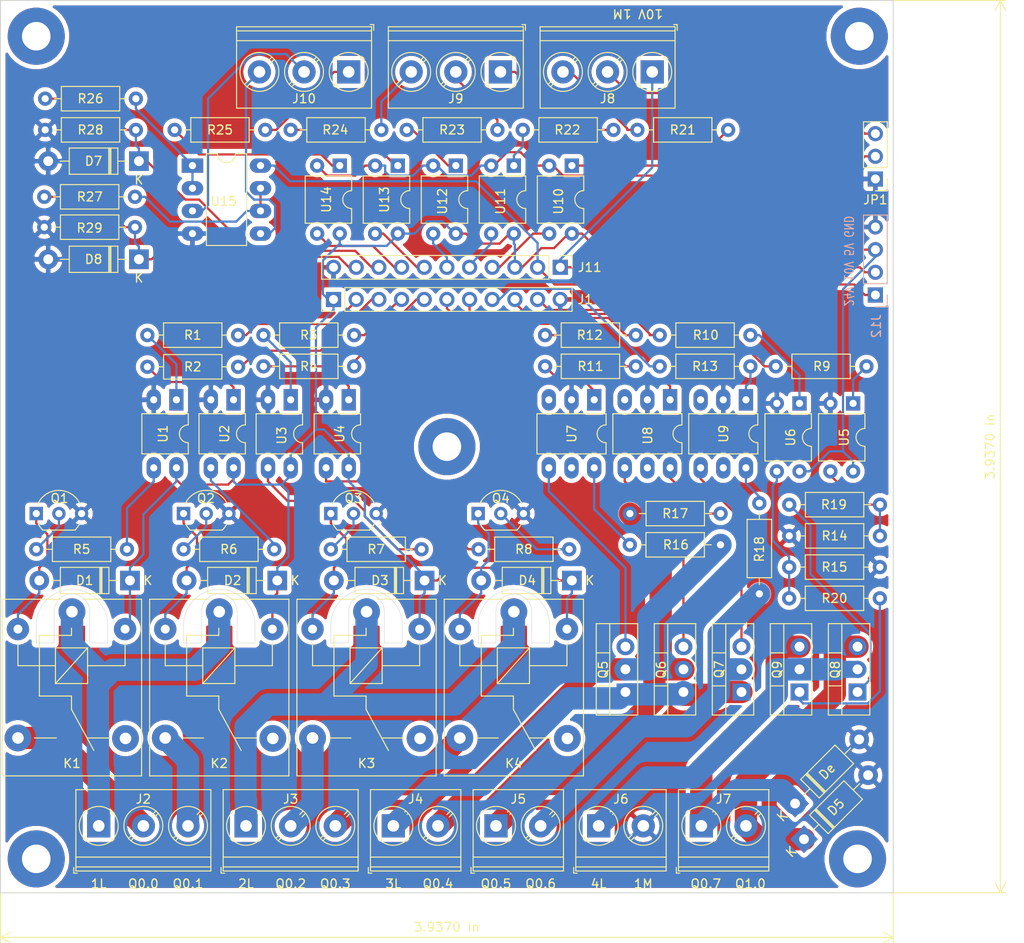
<source format=kicad_pcb>
(kicad_pcb (version 20171130) (host pcbnew "(5.1.4)-1")
  (layers (0 F.Cu signal) (31 B.Cu signal hide) (34 B.Paste user) (35 F.Paste user) (36 B.SilkS user) (37 F.SilkS user) (38 B.Mask user) (39 F.Mask user) (44 Edge.Cuts user))
  (net 0 "")
  (net 1 "Net-(D1-Pad2)")
  (net 2 GND)
  (net 3 "Net-(D2-Pad2)")
  (net 4 "Net-(D3-Pad2)")
  (net 5 "Net-(D4-Pad2)")
  (net 6 +5V)
  (net 7 "Net-(J2-Pad1)")
  (net 8 "Net-(J2-Pad2)")
  (net 9 "Net-(J2-Pad3)")
  (net 10 "Net-(J3-Pad1)")
  (net 11 "Net-(J3-Pad2)")
  (net 12 "Net-(J3-Pad3)")
  (net 13 "Net-(J4-Pad1)")
  (net 14 "Net-(J4-Pad2)")
  (net 15 "Net-(J5-Pad1)")
  (net 16 "Net-(K1-Pad4)")
  (net 17 "Net-(K2-Pad4)")
  (net 18 "Net-(K3-Pad4)")
  (net 19 "Net-(K4-Pad4)")
  (net 20 "Net-(Q1-Pad2)")
  (net 21 "Net-(Q2-Pad2)")
  (net 22 "Net-(Q3-Pad2)")
  (net 23 "Net-(Q4-Pad2)")
  (net 24 "Net-(Q5-Pad3)")
  (net 25 "Net-(Q6-Pad3)")
  (net 26 "Net-(Q7-Pad3)")
  (net 27 "Net-(R1-Pad1)")
  (net 28 "Net-(R2-Pad1)")
  (net 29 "Net-(R3-Pad1)")
  (net 30 "Net-(R4-Pad1)")
  (net 31 "Net-(R5-Pad2)")
  (net 32 "Net-(R6-Pad2)")
  (net 33 "Net-(R7-Pad2)")
  (net 34 "Net-(R8-Pad2)")
  (net 35 "Net-(R9-Pad1)")
  (net 36 "Net-(R10-Pad1)")
  (net 37 "Net-(R11-Pad1)")
  (net 38 "Net-(R14-Pad2)")
  (net 39 "Net-(U7-Pad3)")
  (net 40 "Net-(U7-Pad5)")
  (net 41 "Net-(D5-Pad1)")
  (net 42 "Net-(D6-Pad1)")
  (net 43 /Salidas/Q1.0)
  (net 44 /Salidas/Q0.7)
  (net 45 /Salidas/Q0.6)
  (net 46 /Salidas/Q0.5)
  (net 47 /Salidas/Q0.4)
  (net 48 /Salidas/Q0.3)
  (net 49 /Salidas/Q0.2)
  (net 50 /Salidas/Q0.1)
  (net 51 /Salidas/Q0.0)
  (net 52 "Net-(Q8-Pad1)")
  (net 53 "Net-(Q9-Pad1)")
  (net 54 "Net-(R12-Pad1)")
  (net 55 "Net-(R13-Pad1)")
  (net 56 "Net-(R15-Pad2)")
  (net 57 "Net-(R16-Pad2)")
  (net 58 "Net-(R17-Pad2)")
  (net 59 "Net-(R18-Pad2)")
  (net 60 "Net-(U8-Pad3)")
  (net 61 "Net-(U8-Pad5)")
  (net 62 "Net-(U9-Pad3)")
  (net 63 "Net-(U9-Pad5)")
  (net 64 "Net-(J5-Pad2)")
  (net 65 "Net-(J6-Pad1)")
  (net 66 /Entradas/A0.0)
  (net 67 /Entradas/A0.1)
  (net 68 "Net-(J8-Pad3)")
  (net 69 /Entradas/1M)
  (net 70 +10V)
  (net 71 "Net-(J9-Pad3)")
  (net 72 "Net-(J9-Pad2)")
  (net 73 "Net-(J9-Pad1)")
  (net 74 "Net-(J10-Pad3)")
  (net 75 "Net-(J10-Pad2)")
  (net 76 "Net-(J10-Pad1)")
  (net 77 /Entradas/I0.4)
  (net 78 /Entradas/I0.3)
  (net 79 /Entradas/I0.2)
  (net 80 /Entradas/I0.1)
  (net 81 /Entradas/I0.0)
  (net 82 +24V)
  (net 83 "Net-(JP1-Pad2)")
  (net 84 "Net-(R21-Pad1)")
  (net 85 "Net-(R22-Pad1)")
  (net 86 "Net-(R23-Pad1)")
  (net 87 "Net-(R24-Pad1)")
  (net 88 "Net-(R25-Pad1)")
  (net 89 "Net-(R26-Pad2)")
  (net 90 "Net-(R27-Pad2)")
  (module Package_DIP:DIP-4_W7.62mm_LongPads (layer F.Cu) (at 101.7 93.75 270)
    (fp_text reference U1 (at 3.81 1.5 90) (layer F.SilkS))
    (fp_text value PC817)
    (pad 4 thru_hole oval (at 7.62 0 270) (size 2.4 1.6) (drill 0.8) (layers *.Cu *.Mask) (net 6 +5V))
    (pad 2 thru_hole oval (at 0 2.54 270) (size 2.4 1.6) (drill 0.8) (layers *.Cu *.Mask) (net 2 GND))
    (pad 3 thru_hole oval (at 7.62 2.54 270) (size 2.4 1.6) (drill 0.8) (layers *.Cu *.Mask) (net 31 "Net-(R5-Pad2)"))
    (pad 1 thru_hole rect (at 0 0 270) (size 2.4 1.6) (drill 0.8) (layers *.Cu *.Mask) (net 27 "Net-(R1-Pad1)"))
  )
  (module Resistor_THT:R_Axial_DIN0207_L6.3mm_D2.5mm_P10.16mm_Horizontal (layer F.Cu) (at 86.9 74.4)
    (fp_text reference R29 (at 5.08 0.1) (layer F.SilkS))
    (fp_text value R)
    (pad 2 thru_hole oval (at 10.16 0) (size 1.6 1.6) (drill 0.8) (layers *.Cu *.Mask) (net 67 /Entradas/A0.1))
    (pad 1 thru_hole circle (at 0 0) (size 1.6 1.6) (drill 0.8) (layers *.Cu *.Mask) (net 2 GND))
  )
  (module Diode_THT:D_DO-41_SOD81_P10.16mm_Horizontal (layer F.Cu) (at 171 139 45)
    (fp_text reference De (at 5.08 0 45) (layer F.SilkS))
    (fp_text value 1N4007)
    (fp_text user K (at -2 0 45) (layer F.SilkS))
    (pad 2 thru_hole oval (at 10.16 0 45) (size 2.2 2.2) (drill 1.1) (layers *.Cu *.Mask) (net 2 GND))
    (pad 1 thru_hole rect (at 0 0 45) (size 2.2 2.2) (drill 1.1) (layers *.Cu *.Mask) (net 42 "Net-(D6-Pad1)"))
  )
  (module Diode_THT:D_DO-41_SOD81_P10.16mm_Horizontal (layer F.Cu) (at 172 143 45)
    (fp_text reference D5 (at 5.08 0 45) (layer F.SilkS))
    (fp_text value 1N4007)
    (fp_text user K (at -2 0 45) (layer F.SilkS))
    (pad 2 thru_hole oval (at 10.16 0 45) (size 2.2 2.2) (drill 1.1) (layers *.Cu *.Mask) (net 2 GND))
    (pad 1 thru_hole rect (at 0 0 45) (size 2.2 2.2) (drill 1.1) (layers *.Cu *.Mask) (net 41 "Net-(D5-Pad1)"))
  )
  (module MountingHole:MountingHole_3.2mm_M3_Pad (layer F.Cu) (at 132 99)
    (fp_text reference REF1)
    (fp_text value MountingHole_3.2mm_M3_Pad)
    (pad 1 thru_hole circle (at 0 0) (size 6.4 6.4) (drill 3.2) (layers *.Cu *.Mask))
  )
  (module MountingHole:MountingHole_3.2mm_M3_Pad (layer F.Cu) (at 178 145.2)
    (fp_text reference REF4)
    (fp_text value MountingHole_3.2mm_M3_Pad)
    (pad 1 thru_hole circle (at 0 0) (size 6.4 6.4) (drill 3.2) (layers *.Cu *.Mask))
  )
  (module MountingHole:MountingHole_3.2mm_M3_Pad (layer F.Cu) (at 86 145.2)
    (fp_text reference REF3)
    (fp_text value MountingHole_3.2mm_M3_Pad)
    (pad 1 thru_hole circle (at 0 0) (size 6.4 6.4) (drill 3.2) (layers *.Cu *.Mask))
  )
  (module MountingHole:MountingHole_3.2mm_M3_Pad (layer F.Cu) (at 86 53)
    (fp_text reference REF2)
    (fp_text value MountingHole_3.2mm_M3_Pad)
    (pad 1 thru_hole circle (at 0 0) (size 6.4 6.4) (drill 3.2) (layers *.Cu *.Mask))
  )
  (module MountingHole:MountingHole_3.2mm_M3_Pad (layer F.Cu) (at 178.2 53)
    (fp_text reference REF1)
    (fp_text value MountingHole_3.2mm_M3_Pad)
    (pad 1 thru_hole circle (at 0 0) (size 6.4 6.4) (drill 3.2) (layers *.Cu *.Mask))
  )
  (module Connector_PinSocket_2.54mm:PinSocket_1x04_P2.54mm_Vertical (layer B.Cu) (at 180 82)
    (fp_text reference J12 (at 0.1 3.5 -90) (layer B.SilkS) (effects (justify mirror)))
    (fp_text value Conn_01x04_Female)
    (pad 4 thru_hole oval (at 0 -7.62) (size 1.7 1.7) (drill 1) (layers *.Cu *.Mask) (net 2 GND))
    (pad 3 thru_hole oval (at 0 -5.08) (size 1.7 1.7) (drill 1) (layers *.Cu *.Mask) (net 6 +5V))
    (pad 2 thru_hole oval (at 0 -2.54) (size 1.7 1.7) (drill 1) (layers *.Cu *.Mask) (net 70 +10V))
    (pad 1 thru_hole rect (at 0 0) (size 1.7 1.7) (drill 1) (layers *.Cu *.Mask) (net 82 +24V))
  )
  (module Package_DIP:DIP-8_W7.62mm_LongPads (layer F.Cu) (at 103.5 67.5)
    (fp_text reference U15 (at 3.5 4) (layer F.SilkS))
    (fp_text value LM358)
    (pad 8 thru_hole oval (at 7.62 0) (size 2.4 1.6) (drill 0.8) (layers *.Cu *.Mask) (net 82 +24V))
    (pad 4 thru_hole oval (at 0 7.62) (size 2.4 1.6) (drill 0.8) (layers *.Cu *.Mask) (net 2 GND))
    (pad 7 thru_hole oval (at 7.62 2.54) (size 2.4 1.6) (drill 0.8) (layers *.Cu *.Mask) (net 90 "Net-(R27-Pad2)"))
    (pad 3 thru_hole oval (at 0 5.08) (size 2.4 1.6) (drill 0.8) (layers *.Cu *.Mask) (net 75 "Net-(J10-Pad2)"))
    (pad 6 thru_hole oval (at 7.62 5.08) (size 2.4 1.6) (drill 0.8) (layers *.Cu *.Mask) (net 90 "Net-(R27-Pad2)"))
    (pad 2 thru_hole oval (at 0 2.54) (size 2.4 1.6) (drill 0.8) (layers *.Cu *.Mask) (net 89 "Net-(R26-Pad2)"))
    (pad 5 thru_hole oval (at 7.62 7.62) (size 2.4 1.6) (drill 0.8) (layers *.Cu *.Mask) (net 74 "Net-(J10-Pad3)"))
    (pad 1 thru_hole rect (at 0 0) (size 2.4 1.6) (drill 0.8) (layers *.Cu *.Mask) (net 89 "Net-(R26-Pad2)"))
  )
  (module Package_DIP:DIP-4_W7.62mm (layer F.Cu) (at 120 67.5 270)
    (fp_text reference U14 (at 3.81 1.5 90) (layer F.SilkS))
    (fp_text value PC817)
    (pad 4 thru_hole oval (at 7.62 0 270) (size 1.6 1.6) (drill 0.8) (layers *.Cu *.Mask) (net 6 +5V))
    (pad 2 thru_hole oval (at 0 2.54 270) (size 1.6 1.6) (drill 0.8) (layers *.Cu *.Mask) (net 83 "Net-(JP1-Pad2)"))
    (pad 3 thru_hole oval (at 7.62 2.54 270) (size 1.6 1.6) (drill 0.8) (layers *.Cu *.Mask) (net 77 /Entradas/I0.4))
    (pad 1 thru_hole rect (at 0 0 270) (size 1.6 1.6) (drill 0.8) (layers *.Cu *.Mask) (net 88 "Net-(R25-Pad1)"))
  )
  (module Package_DIP:DIP-4_W7.62mm (layer F.Cu) (at 126.5 67.5 270)
    (fp_text reference U13 (at 3.81 1.5 90) (layer F.SilkS))
    (fp_text value PC817)
    (pad 4 thru_hole oval (at 7.62 0 270) (size 1.6 1.6) (drill 0.8) (layers *.Cu *.Mask) (net 6 +5V))
    (pad 2 thru_hole oval (at 0 2.54 270) (size 1.6 1.6) (drill 0.8) (layers *.Cu *.Mask) (net 83 "Net-(JP1-Pad2)"))
    (pad 3 thru_hole oval (at 7.62 2.54 270) (size 1.6 1.6) (drill 0.8) (layers *.Cu *.Mask) (net 78 /Entradas/I0.3))
    (pad 1 thru_hole rect (at 0 0 270) (size 1.6 1.6) (drill 0.8) (layers *.Cu *.Mask) (net 87 "Net-(R24-Pad1)"))
  )
  (module Package_DIP:DIP-4_W7.62mm (layer F.Cu) (at 133 67.5 270)
    (fp_text reference U12 (at 4 1.5 90) (layer F.SilkS))
    (fp_text value PC817)
    (pad 4 thru_hole oval (at 7.62 0 270) (size 1.6 1.6) (drill 0.8) (layers *.Cu *.Mask) (net 6 +5V))
    (pad 2 thru_hole oval (at 0 2.54 270) (size 1.6 1.6) (drill 0.8) (layers *.Cu *.Mask) (net 83 "Net-(JP1-Pad2)"))
    (pad 3 thru_hole oval (at 7.62 2.54 270) (size 1.6 1.6) (drill 0.8) (layers *.Cu *.Mask) (net 79 /Entradas/I0.2))
    (pad 1 thru_hole rect (at 0 0 270) (size 1.6 1.6) (drill 0.8) (layers *.Cu *.Mask) (net 86 "Net-(R23-Pad1)"))
  )
  (module Package_DIP:DIP-4_W7.62mm (layer F.Cu) (at 139.5 67.5 270)
    (fp_text reference U11 (at 4 1.5 90) (layer F.SilkS))
    (fp_text value PC817)
    (pad 4 thru_hole oval (at 7.62 0 270) (size 1.6 1.6) (drill 0.8) (layers *.Cu *.Mask) (net 6 +5V))
    (pad 2 thru_hole oval (at 0 2.54 270) (size 1.6 1.6) (drill 0.8) (layers *.Cu *.Mask) (net 83 "Net-(JP1-Pad2)"))
    (pad 3 thru_hole oval (at 7.62 2.54 270) (size 1.6 1.6) (drill 0.8) (layers *.Cu *.Mask) (net 80 /Entradas/I0.1))
    (pad 1 thru_hole rect (at 0 0 270) (size 1.6 1.6) (drill 0.8) (layers *.Cu *.Mask) (net 85 "Net-(R22-Pad1)"))
  )
  (module Package_DIP:DIP-4_W7.62mm (layer F.Cu) (at 146 67.5 270)
    (fp_text reference U10 (at 4 1.5 90) (layer F.SilkS))
    (fp_text value PC817)
    (pad 4 thru_hole oval (at 7.62 0 270) (size 1.6 1.6) (drill 0.8) (layers *.Cu *.Mask) (net 6 +5V))
    (pad 2 thru_hole oval (at 0 2.54 270) (size 1.6 1.6) (drill 0.8) (layers *.Cu *.Mask) (net 83 "Net-(JP1-Pad2)"))
    (pad 3 thru_hole oval (at 7.62 2.54 270) (size 1.6 1.6) (drill 0.8) (layers *.Cu *.Mask) (net 81 /Entradas/I0.0))
    (pad 1 thru_hole rect (at 0 0 270) (size 1.6 1.6) (drill 0.8) (layers *.Cu *.Mask) (net 84 "Net-(R21-Pad1)"))
  )
  (module Resistor_THT:R_Axial_DIN0207_L6.3mm_D2.5mm_P10.16mm_Horizontal (layer F.Cu) (at 87 63.5)
    (fp_text reference R28 (at 5.08 0) (layer F.SilkS))
    (fp_text value R)
    (pad 2 thru_hole oval (at 10.16 0) (size 1.6 1.6) (drill 0.8) (layers *.Cu *.Mask) (net 66 /Entradas/A0.0))
    (pad 1 thru_hole circle (at 0 0) (size 1.6 1.6) (drill 0.8) (layers *.Cu *.Mask) (net 2 GND))
  )
  (module Resistor_THT:R_Axial_DIN0207_L6.3mm_D2.5mm_P10.16mm_Horizontal (layer F.Cu) (at 86.9 71)
    (fp_text reference R27 (at 5.1 0) (layer F.SilkS))
    (fp_text value R)
    (pad 2 thru_hole oval (at 10.16 0) (size 1.6 1.6) (drill 0.8) (layers *.Cu *.Mask) (net 90 "Net-(R27-Pad2)"))
    (pad 1 thru_hole circle (at 0 0) (size 1.6 1.6) (drill 0.8) (layers *.Cu *.Mask) (net 67 /Entradas/A0.1))
  )
  (module Resistor_THT:R_Axial_DIN0207_L6.3mm_D2.5mm_P10.16mm_Horizontal (layer F.Cu) (at 87 60)
    (fp_text reference R26 (at 5.08 0) (layer F.SilkS))
    (fp_text value R)
    (pad 2 thru_hole oval (at 10.16 0) (size 1.6 1.6) (drill 0.8) (layers *.Cu *.Mask) (net 89 "Net-(R26-Pad2)"))
    (pad 1 thru_hole circle (at 0 0) (size 1.6 1.6) (drill 0.8) (layers *.Cu *.Mask) (net 66 /Entradas/A0.0))
  )
  (module Resistor_THT:R_Axial_DIN0207_L6.3mm_D2.5mm_P10.16mm_Horizontal (layer F.Cu) (at 101.5 63.5)
    (fp_text reference R25 (at 5.08 0) (layer F.SilkS))
    (fp_text value R)
    (pad 2 thru_hole oval (at 10.16 0) (size 1.6 1.6) (drill 0.8) (layers *.Cu *.Mask) (net 76 "Net-(J10-Pad1)"))
    (pad 1 thru_hole circle (at 0 0) (size 1.6 1.6) (drill 0.8) (layers *.Cu *.Mask) (net 88 "Net-(R25-Pad1)"))
  )
  (module Resistor_THT:R_Axial_DIN0207_L6.3mm_D2.5mm_P10.16mm_Horizontal (layer F.Cu) (at 114.5 63.5)
    (fp_text reference R24 (at 5 0) (layer F.SilkS))
    (fp_text value R)
    (pad 2 thru_hole oval (at 10.16 0) (size 1.6 1.6) (drill 0.8) (layers *.Cu *.Mask) (net 71 "Net-(J9-Pad3)"))
    (pad 1 thru_hole circle (at 0 0) (size 1.6 1.6) (drill 0.8) (layers *.Cu *.Mask) (net 87 "Net-(R24-Pad1)"))
  )
  (module Resistor_THT:R_Axial_DIN0207_L6.3mm_D2.5mm_P10.16mm_Horizontal (layer F.Cu) (at 127.5 63.5)
    (fp_text reference R23 (at 5.08 0) (layer F.SilkS))
    (fp_text value R)
    (pad 2 thru_hole oval (at 10.16 0) (size 1.6 1.6) (drill 0.8) (layers *.Cu *.Mask) (net 72 "Net-(J9-Pad2)"))
    (pad 1 thru_hole circle (at 0 0) (size 1.6 1.6) (drill 0.8) (layers *.Cu *.Mask) (net 86 "Net-(R23-Pad1)"))
  )
  (module Resistor_THT:R_Axial_DIN0207_L6.3mm_D2.5mm_P10.16mm_Horizontal (layer F.Cu) (at 140.5 63.5)
    (fp_text reference R22 (at 5 0) (layer F.SilkS))
    (fp_text value R)
    (pad 2 thru_hole oval (at 10.16 0) (size 1.6 1.6) (drill 0.8) (layers *.Cu *.Mask) (net 73 "Net-(J9-Pad1)"))
    (pad 1 thru_hole circle (at 0 0) (size 1.6 1.6) (drill 0.8) (layers *.Cu *.Mask) (net 85 "Net-(R22-Pad1)"))
  )
  (module Resistor_THT:R_Axial_DIN0207_L6.3mm_D2.5mm_P10.16mm_Horizontal (layer F.Cu) (at 163.5 63.5 180)
    (fp_text reference R21 (at 5.08 0) (layer F.SilkS))
    (fp_text value R)
    (pad 2 thru_hole oval (at 10.16 0 180) (size 1.6 1.6) (drill 0.8) (layers *.Cu *.Mask) (net 68 "Net-(J8-Pad3)"))
    (pad 1 thru_hole circle (at 0 0 180) (size 1.6 1.6) (drill 0.8) (layers *.Cu *.Mask) (net 84 "Net-(R21-Pad1)"))
  )
  (module Connector_PinHeader_2.54mm:PinHeader_1x03_P2.54mm_Vertical (layer F.Cu) (at 180 69 180)
    (fp_text reference JP1 (at 0 -2.33) (layer F.SilkS))
    (fp_text value Jumper_3_Bridged12)
    (pad 3 thru_hole oval (at 0 5.08 180) (size 1.7 1.7) (drill 1) (layers *.Cu *.Mask) (net 69 /Entradas/1M))
    (pad 2 thru_hole oval (at 0 2.54 180) (size 1.7 1.7) (drill 1) (layers *.Cu *.Mask) (net 83 "Net-(JP1-Pad2)"))
    (pad 1 thru_hole rect (at 0 0 180) (size 1.7 1.7) (drill 1) (layers *.Cu *.Mask) (net 2 GND))
  )
  (module Connector_PinHeader_2.54mm:PinHeader_1x11_P2.54mm_Vertical (layer F.Cu) (at 144.7 78.9 270)
    (fp_text reference J11 (at 0 -3.3 180) (layer F.SilkS))
    (fp_text value Conn_01x11_Male)
    (pad 11 thru_hole oval (at 0 25.4 270) (size 1.7 1.7) (drill 1) (layers *.Cu *.Mask) (net 2 GND))
    (pad 10 thru_hole oval (at 0 22.86 270) (size 1.7 1.7) (drill 1) (layers *.Cu *.Mask) (net 67 /Entradas/A0.1))
    (pad 9 thru_hole oval (at 0 20.32 270) (size 1.7 1.7) (drill 1) (layers *.Cu *.Mask) (net 66 /Entradas/A0.0))
    (pad 8 thru_hole oval (at 0 17.78 270) (size 1.7 1.7) (drill 1) (layers *.Cu *.Mask) (net 77 /Entradas/I0.4))
    (pad 7 thru_hole oval (at 0 15.24 270) (size 1.7 1.7) (drill 1) (layers *.Cu *.Mask) (net 78 /Entradas/I0.3))
    (pad 6 thru_hole oval (at 0 12.7 270) (size 1.7 1.7) (drill 1) (layers *.Cu *.Mask) (net 79 /Entradas/I0.2))
    (pad 5 thru_hole oval (at 0 10.16 270) (size 1.7 1.7) (drill 1) (layers *.Cu *.Mask) (net 80 /Entradas/I0.1))
    (pad 4 thru_hole oval (at 0 7.62 270) (size 1.7 1.7) (drill 1) (layers *.Cu *.Mask) (net 81 /Entradas/I0.0))
    (pad 3 thru_hole oval (at 0 5.08 270) (size 1.7 1.7) (drill 1) (layers *.Cu *.Mask) (net 6 +5V))
    (pad 2 thru_hole oval (at 0 2.54 270) (size 1.7 1.7) (drill 1) (layers *.Cu *.Mask) (net 82 +24V))
    (pad 1 thru_hole rect (at 0 0 270) (size 1.7 1.7) (drill 1) (layers *.Cu *.Mask) (net 70 +10V))
  )
  (module BorneraTornillos:TerminalBlock_Phoenix_PT-1,5-3-5.0-H_1x03_P5.00mm_Horizontal (layer F.Cu) (at 121 57 180)
    (fp_text reference J10 (at 5 -3) (layer F.SilkS))
    (fp_text value Screw_Terminal_01x03)
    (pad 3 thru_hole circle (at 10 0 180) (size 2.6 2.6) (drill 1.3) (layers *.Cu *.Mask) (net 74 "Net-(J10-Pad3)"))
    (pad 2 thru_hole circle (at 5 0 180) (size 2.6 2.6) (drill 1.3) (layers *.Cu *.Mask) (net 75 "Net-(J10-Pad2)"))
    (pad 1 thru_hole rect (at 0 0 180) (size 2.6 2.6) (drill 1.3) (layers *.Cu *.Mask) (net 76 "Net-(J10-Pad1)"))
  )
  (module BorneraTornillos:TerminalBlock_Phoenix_PT-1,5-3-5.0-H_1x03_P5.00mm_Horizontal (layer F.Cu) (at 138 57 180)
    (fp_text reference J9 (at 5 -3) (layer F.SilkS))
    (fp_text value Screw_Terminal_01x03)
    (pad 3 thru_hole circle (at 10 0 180) (size 2.6 2.6) (drill 1.3) (layers *.Cu *.Mask) (net 71 "Net-(J9-Pad3)"))
    (pad 2 thru_hole circle (at 5 0 180) (size 2.6 2.6) (drill 1.3) (layers *.Cu *.Mask) (net 72 "Net-(J9-Pad2)"))
    (pad 1 thru_hole rect (at 0 0 180) (size 2.6 2.6) (drill 1.3) (layers *.Cu *.Mask) (net 73 "Net-(J9-Pad1)"))
  )
  (module BorneraTornillos:TerminalBlock_Phoenix_PT-1,5-3-5.0-H_1x03_P5.00mm_Horizontal (layer F.Cu) (at 155 57 180)
    (fp_text reference J8 (at 5 -3) (layer F.SilkS))
    (fp_text value Screw_Terminal_01x03)
    (pad 3 thru_hole circle (at 10 0 180) (size 2.6 2.6) (drill 1.3) (layers *.Cu *.Mask) (net 68 "Net-(J8-Pad3)"))
    (pad 2 thru_hole circle (at 5 0 180) (size 2.6 2.6) (drill 1.3) (layers *.Cu *.Mask) (net 69 /Entradas/1M))
    (pad 1 thru_hole rect (at 0 0 180) (size 2.6 2.6) (drill 1.3) (layers *.Cu *.Mask) (net 70 +10V))
  )
  (module Diode_THT:D_DO-41_SOD81_P10.16mm_Horizontal (layer F.Cu) (at 97.5 78 180)
    (fp_text reference D8 (at 5.08 0) (layer F.SilkS))
    (fp_text value 1N47xxA)
    (fp_text user K (at 0 -2.1) (layer F.SilkS))
    (pad 2 thru_hole oval (at 10.16 0 180) (size 2.2 2.2) (drill 1.1) (layers *.Cu *.Mask) (net 2 GND))
    (pad 1 thru_hole rect (at 0 0 180) (size 2.2 2.2) (drill 1.1) (layers *.Cu *.Mask) (net 67 /Entradas/A0.1))
  )
  (module Diode_THT:D_DO-41_SOD81_P10.16mm_Horizontal (layer F.Cu) (at 97.5 67 180)
    (fp_text reference D7 (at 5.08 0) (layer F.SilkS))
    (fp_text value 1N47xxA)
    (fp_text user K (at 0 -2.1) (layer F.SilkS))
    (pad 2 thru_hole oval (at 10.16 0 180) (size 2.2 2.2) (drill 1.1) (layers *.Cu *.Mask) (net 2 GND))
    (pad 1 thru_hole rect (at 0 0 180) (size 2.2 2.2) (drill 1.1) (layers *.Cu *.Mask) (net 66 /Entradas/A0.0))
  )
  (module BorneraTornillos:TerminalBlock_Phoenix_PT-1,5-2-5.0-H_1x02_P5.00mm_Horizontal (layer F.Cu) (at 160.5 141.5)
    (fp_text reference J7 (at 2.5 -3) (layer F.SilkS))
    (fp_text value Screw_Terminal_01x02)
    (pad 2 thru_hole circle (at 5 0) (size 2.6 2.6) (drill 1.3) (layers *.Cu *.Mask) (net 41 "Net-(D5-Pad1)"))
    (pad 1 thru_hole rect (at 0 0) (size 2.6 2.6) (drill 1.3) (layers *.Cu *.Mask) (net 42 "Net-(D6-Pad1)"))
  )
  (module BorneraTornillos:TerminalBlock_Phoenix_PT-1,5-2-5.0-H_1x02_P5.00mm_Horizontal (layer F.Cu) (at 149 141.5)
    (fp_text reference J6 (at 2.5 -3) (layer F.SilkS))
    (fp_text value Screw_Terminal_01x02)
    (pad 2 thru_hole circle (at 5 0) (size 2.6 2.6) (drill 1.3) (layers *.Cu *.Mask) (net 2 GND))
    (pad 1 thru_hole rect (at 0 0) (size 2.6 2.6) (drill 1.3) (layers *.Cu *.Mask) (net 65 "Net-(J6-Pad1)"))
  )
  (module BorneraTornillos:TerminalBlock_Phoenix_PT-1,5-2-5.0-H_1x02_P5.00mm_Horizontal (layer F.Cu) (at 137.5 141.5)
    (fp_text reference J5 (at 2.5 -3) (layer F.SilkS))
    (fp_text value Screw_Terminal_01x02)
    (pad 2 thru_hole circle (at 5 0) (size 2.6 2.6) (drill 1.3) (layers *.Cu *.Mask) (net 64 "Net-(J5-Pad2)"))
    (pad 1 thru_hole rect (at 0 0) (size 2.6 2.6) (drill 1.3) (layers *.Cu *.Mask) (net 15 "Net-(J5-Pad1)"))
  )
  (module BorneraTornillos:TerminalBlock_Phoenix_PT-1,5-2-5.0-H_1x02_P5.00mm_Horizontal (layer F.Cu) (at 126 141.5)
    (fp_text reference J4 (at 2.5 -3) (layer F.SilkS))
    (fp_text value Screw_Terminal_01x02)
    (pad 2 thru_hole circle (at 5 0) (size 2.6 2.6) (drill 1.3) (layers *.Cu *.Mask) (net 14 "Net-(J4-Pad2)"))
    (pad 1 thru_hole rect (at 0 0) (size 2.6 2.6) (drill 1.3) (layers *.Cu *.Mask) (net 13 "Net-(J4-Pad1)"))
  )
  (module BorneraTornillos:TerminalBlock_Phoenix_PT-1,5-3-5.0-H_1x03_P5.00mm_Horizontal (layer F.Cu) (at 109.5 141.5)
    (fp_text reference J3 (at 5 -3) (layer F.SilkS))
    (fp_text value Screw_Terminal_01x03)
    (pad 3 thru_hole circle (at 10 0) (size 2.6 2.6) (drill 1.3) (layers *.Cu *.Mask) (net 12 "Net-(J3-Pad3)"))
    (pad 2 thru_hole circle (at 5 0) (size 2.6 2.6) (drill 1.3) (layers *.Cu *.Mask) (net 11 "Net-(J3-Pad2)"))
    (pad 1 thru_hole rect (at 0 0) (size 2.6 2.6) (drill 1.3) (layers *.Cu *.Mask) (net 10 "Net-(J3-Pad1)"))
  )
  (module BorneraTornillos:TerminalBlock_Phoenix_PT-1,5-3-5.0-H_1x03_P5.00mm_Horizontal (layer F.Cu) (at 93 141.5)
    (fp_text reference J2 (at 5 -3) (layer F.SilkS))
    (fp_text value Screw_Terminal_01x03)
    (pad 3 thru_hole circle (at 10 0) (size 2.6 2.6) (drill 1.3) (layers *.Cu *.Mask) (net 9 "Net-(J2-Pad3)"))
    (pad 2 thru_hole circle (at 5 0) (size 2.6 2.6) (drill 1.3) (layers *.Cu *.Mask) (net 8 "Net-(J2-Pad2)"))
    (pad 1 thru_hole rect (at 0 0) (size 2.6 2.6) (drill 1.3) (layers *.Cu *.Mask) (net 7 "Net-(J2-Pad1)"))
  )
  (module Resistor_THT:R_Axial_DIN0207_L6.3mm_D2.5mm_P10.16mm_Horizontal (layer F.Cu) (at 180.5 116 180)
    (fp_text reference R20 (at 5.08 0) (layer F.SilkS))
    (fp_text value R)
    (pad 2 thru_hole oval (at 10.16 0 180) (size 1.6 1.6) (drill 0.8) (layers *.Cu *.Mask) (net 56 "Net-(R15-Pad2)"))
    (pad 1 thru_hole circle (at 0 0 180) (size 1.6 1.6) (drill 0.8) (layers *.Cu *.Mask) (net 53 "Net-(Q9-Pad1)"))
  )
  (module Resistor_THT:R_Axial_DIN0207_L6.3mm_D2.5mm_P10.16mm_Horizontal (layer F.Cu) (at 170.35 105.5)
    (fp_text reference R19 (at 5 0) (layer F.SilkS))
    (fp_text value R)
    (pad 2 thru_hole oval (at 10.16 0) (size 1.6 1.6) (drill 0.8) (layers *.Cu *.Mask) (net 38 "Net-(R14-Pad2)"))
    (pad 1 thru_hole circle (at 0 0) (size 1.6 1.6) (drill 0.8) (layers *.Cu *.Mask) (net 52 "Net-(Q8-Pad1)"))
  )
  (module Resistor_THT:R_Axial_DIN0207_L6.3mm_D2.5mm_P10.16mm_Horizontal (layer F.Cu) (at 167 115.5 90)
    (fp_text reference R18 (at 5 0 90) (layer F.SilkS))
    (fp_text value R)
    (pad 2 thru_hole oval (at 10.16 0 90) (size 1.6 1.6) (drill 0.8) (layers *.Cu *.Mask) (net 59 "Net-(R18-Pad2)"))
    (pad 1 thru_hole circle (at 0 0 90) (size 1.6 1.6) (drill 0.8) (layers *.Cu *.Mask) (net 64 "Net-(J5-Pad2)"))
  )
  (module Resistor_THT:R_Axial_DIN0207_L6.3mm_D2.5mm_P10.16mm_Horizontal (layer F.Cu) (at 152.5 106.5)
    (fp_text reference R17 (at 5.08 0) (layer F.SilkS))
    (fp_text value R)
    (pad 2 thru_hole oval (at 10.16 0) (size 1.6 1.6) (drill 0.8) (layers *.Cu *.Mask) (net 58 "Net-(R17-Pad2)"))
    (pad 1 thru_hole circle (at 0 0) (size 1.6 1.6) (drill 0.8) (layers *.Cu *.Mask) (net 15 "Net-(J5-Pad1)"))
  )
  (module Resistor_THT:R_Axial_DIN0207_L6.3mm_D2.5mm_P10.16mm_Horizontal (layer F.Cu) (at 162.65 110 180)
    (fp_text reference R16 (at 5 0) (layer F.SilkS))
    (fp_text value R)
    (pad 2 thru_hole oval (at 10.16 0 180) (size 1.6 1.6) (drill 0.8) (layers *.Cu *.Mask) (net 57 "Net-(R16-Pad2)"))
    (pad 1 thru_hole circle (at 0 0 180) (size 1.6 1.6) (drill 0.8) (layers *.Cu *.Mask) (net 14 "Net-(J4-Pad2)"))
  )
  (module Resistor_THT:R_Axial_DIN0207_L6.3mm_D2.5mm_P10.16mm_Horizontal (layer F.Cu) (at 180.5 112.5 180)
    (fp_text reference R15 (at 5.08 0) (layer F.SilkS))
    (fp_text value R)
    (pad 2 thru_hole oval (at 10.16 0 180) (size 1.6 1.6) (drill 0.8) (layers *.Cu *.Mask) (net 56 "Net-(R15-Pad2)"))
    (pad 1 thru_hole circle (at 0 0 180) (size 1.6 1.6) (drill 0.8) (layers *.Cu *.Mask) (net 2 GND))
  )
  (module Resistor_THT:R_Axial_DIN0207_L6.3mm_D2.5mm_P10.16mm_Horizontal (layer F.Cu) (at 170.35 109)
    (fp_text reference R14 (at 5.08 0) (layer F.SilkS))
    (fp_text value R)
    (pad 2 thru_hole oval (at 10.16 0) (size 1.6 1.6) (drill 0.8) (layers *.Cu *.Mask) (net 38 "Net-(R14-Pad2)"))
    (pad 1 thru_hole circle (at 0 0) (size 1.6 1.6) (drill 0.8) (layers *.Cu *.Mask) (net 2 GND))
  )
  (module Resistor_THT:R_Axial_DIN0207_L6.3mm_D2.5mm_P10.16mm_Horizontal (layer F.Cu) (at 166 90 180)
    (fp_text reference R13 (at 5.08 0) (layer F.SilkS))
    (fp_text value R)
    (pad 2 thru_hole oval (at 10.16 0 180) (size 1.6 1.6) (drill 0.8) (layers *.Cu *.Mask) (net 45 /Salidas/Q0.6))
    (pad 1 thru_hole circle (at 0 0 180) (size 1.6 1.6) (drill 0.8) (layers *.Cu *.Mask) (net 55 "Net-(R13-Pad1)"))
  )
  (module Resistor_THT:R_Axial_DIN0207_L6.3mm_D2.5mm_P10.16mm_Horizontal (layer F.Cu) (at 143 86.5)
    (fp_text reference R12 (at 5 0) (layer F.SilkS))
    (fp_text value R)
    (pad 2 thru_hole oval (at 10.16 0) (size 1.6 1.6) (drill 0.8) (layers *.Cu *.Mask) (net 46 /Salidas/Q0.5))
    (pad 1 thru_hole circle (at 0 0) (size 1.6 1.6) (drill 0.8) (layers *.Cu *.Mask) (net 54 "Net-(R12-Pad1)"))
  )
  (module Resistor_THT:R_Axial_DIN0207_L6.3mm_D2.5mm_P10.16mm_Horizontal (layer F.Cu) (at 143 90)
    (fp_text reference R11 (at 5.08 0) (layer F.SilkS))
    (fp_text value R)
    (pad 2 thru_hole oval (at 10.16 0) (size 1.6 1.6) (drill 0.8) (layers *.Cu *.Mask) (net 47 /Salidas/Q0.4))
    (pad 1 thru_hole circle (at 0 0) (size 1.6 1.6) (drill 0.8) (layers *.Cu *.Mask) (net 37 "Net-(R11-Pad1)"))
  )
  (module Resistor_THT:R_Axial_DIN0207_L6.3mm_D2.5mm_P10.16mm_Horizontal (layer F.Cu) (at 166 86.5 180)
    (fp_text reference R10 (at 5 0) (layer F.SilkS))
    (fp_text value R)
    (pad 2 thru_hole oval (at 10.16 0 180) (size 1.6 1.6) (drill 0.8) (layers *.Cu *.Mask) (net 44 /Salidas/Q0.7))
    (pad 1 thru_hole circle (at 0 0 180) (size 1.6 1.6) (drill 0.8) (layers *.Cu *.Mask) (net 36 "Net-(R10-Pad1)"))
  )
  (module Resistor_THT:R_Axial_DIN0207_L6.3mm_D2.5mm_P10.16mm_Horizontal (layer F.Cu) (at 179 90 180)
    (fp_text reference R9 (at 5 0) (layer F.SilkS))
    (fp_text value R)
    (pad 2 thru_hole oval (at 10.16 0 180) (size 1.6 1.6) (drill 0.8) (layers *.Cu *.Mask) (net 43 /Salidas/Q1.0))
    (pad 1 thru_hole circle (at 0 0 180) (size 1.6 1.6) (drill 0.8) (layers *.Cu *.Mask) (net 35 "Net-(R9-Pad1)"))
  )
  (module Resistor_THT:R_Axial_DIN0207_L6.3mm_D2.5mm_P10.16mm_Horizontal (layer F.Cu) (at 145.7 110.5 180)
    (fp_text reference R8 (at 5.08 0) (layer F.SilkS))
    (fp_text value R)
    (pad 2 thru_hole oval (at 10.16 0 180) (size 1.6 1.6) (drill 0.8) (layers *.Cu *.Mask) (net 34 "Net-(R8-Pad2)"))
    (pad 1 thru_hole circle (at 0 0 180) (size 1.6 1.6) (drill 0.8) (layers *.Cu *.Mask) (net 23 "Net-(Q4-Pad2)"))
  )
  (module Resistor_THT:R_Axial_DIN0207_L6.3mm_D2.5mm_P10.16mm_Horizontal (layer F.Cu) (at 119 110.5)
    (fp_text reference R7 (at 5.08 0) (layer F.SilkS))
    (fp_text value R)
    (pad 2 thru_hole oval (at 10.16 0) (size 1.6 1.6) (drill 0.8) (layers *.Cu *.Mask) (net 33 "Net-(R7-Pad2)"))
    (pad 1 thru_hole circle (at 0 0) (size 1.6 1.6) (drill 0.8) (layers *.Cu *.Mask) (net 22 "Net-(Q3-Pad2)"))
  )
  (module Resistor_THT:R_Axial_DIN0207_L6.3mm_D2.5mm_P10.16mm_Horizontal (layer F.Cu) (at 102.5 110.5)
    (fp_text reference R6 (at 5.08 0) (layer F.SilkS))
    (fp_text value R)
    (pad 2 thru_hole oval (at 10.16 0) (size 1.6 1.6) (drill 0.8) (layers *.Cu *.Mask) (net 32 "Net-(R6-Pad2)"))
    (pad 1 thru_hole circle (at 0 0) (size 1.6 1.6) (drill 0.8) (layers *.Cu *.Mask) (net 21 "Net-(Q2-Pad2)"))
  )
  (module Resistor_THT:R_Axial_DIN0207_L6.3mm_D2.5mm_P10.16mm_Horizontal (layer F.Cu) (at 86 110.5)
    (fp_text reference R5 (at 5.08 0) (layer F.SilkS))
    (fp_text value R)
    (pad 2 thru_hole oval (at 10.16 0) (size 1.6 1.6) (drill 0.8) (layers *.Cu *.Mask) (net 31 "Net-(R5-Pad2)"))
    (pad 1 thru_hole circle (at 0 0) (size 1.6 1.6) (drill 0.8) (layers *.Cu *.Mask) (net 20 "Net-(Q1-Pad2)"))
  )
  (module Resistor_THT:R_Axial_DIN0207_L6.3mm_D2.5mm_P10.16mm_Horizontal (layer F.Cu) (at 111.45 90)
    (fp_text reference R4 (at 5.08 0) (layer F.SilkS))
    (fp_text value R)
    (pad 2 thru_hole oval (at 10.16 0) (size 1.6 1.6) (drill 0.8) (layers *.Cu *.Mask) (net 48 /Salidas/Q0.3))
    (pad 1 thru_hole circle (at 0 0) (size 1.6 1.6) (drill 0.8) (layers *.Cu *.Mask) (net 30 "Net-(R4-Pad1)"))
  )
  (module Resistor_THT:R_Axial_DIN0207_L6.3mm_D2.5mm_P10.16mm_Horizontal (layer F.Cu) (at 111.45 86.5)
    (fp_text reference R3 (at 5.08 0) (layer F.SilkS))
    (fp_text value R)
    (pad 2 thru_hole oval (at 10.16 0) (size 1.6 1.6) (drill 0.8) (layers *.Cu *.Mask) (net 49 /Salidas/Q0.2))
    (pad 1 thru_hole circle (at 0 0) (size 1.6 1.6) (drill 0.8) (layers *.Cu *.Mask) (net 29 "Net-(R3-Pad1)"))
  )
  (module Resistor_THT:R_Axial_DIN0207_L6.3mm_D2.5mm_P10.16mm_Horizontal (layer F.Cu) (at 98.45 90.05)
    (fp_text reference R2 (at 5.08 0) (layer F.SilkS))
    (fp_text value R)
    (pad 2 thru_hole oval (at 10.16 0) (size 1.6 1.6) (drill 0.8) (layers *.Cu *.Mask) (net 50 /Salidas/Q0.1))
    (pad 1 thru_hole circle (at 0 0) (size 1.6 1.6) (drill 0.8) (layers *.Cu *.Mask) (net 28 "Net-(R2-Pad1)"))
  )
  (module Resistor_THT:R_Axial_DIN0207_L6.3mm_D2.5mm_P10.16mm_Horizontal (layer F.Cu) (at 98.45 86.5)
    (fp_text reference R1 (at 5.08 0) (layer F.SilkS))
    (fp_text value R)
    (pad 2 thru_hole oval (at 10.16 0) (size 1.6 1.6) (drill 0.8) (layers *.Cu *.Mask) (net 51 /Salidas/Q0.0))
    (pad 1 thru_hole circle (at 0 0) (size 1.6 1.6) (drill 0.8) (layers *.Cu *.Mask) (net 27 "Net-(R1-Pad1)"))
  )
  (module Package_TO_SOT_THT:TO-92_Inline_Wide (layer F.Cu) (at 135.5 106.5)
    (fp_text reference Q4 (at 2.54 -1.7) (layer F.SilkS))
    (fp_text value BC548)
    (pad 1 thru_hole rect (at 0 0 90) (size 1.5 1.5) (drill 0.8) (layers *.Cu *.Mask) (net 5 "Net-(D4-Pad2)"))
    (pad 3 thru_hole circle (at 5.08 0 90) (size 1.5 1.5) (drill 0.8) (layers *.Cu *.Mask) (net 2 GND))
    (pad 2 thru_hole circle (at 2.54 0 90) (size 1.5 1.5) (drill 0.8) (layers *.Cu *.Mask) (net 23 "Net-(Q4-Pad2)"))
  )
  (module Package_DIP:DIP-4_W7.62mm_LongPads (layer F.Cu) (at 121 93.75 270)
    (fp_text reference U4 (at 3.81 1 90) (layer F.SilkS))
    (fp_text value PC817)
    (pad 4 thru_hole oval (at 7.62 0 270) (size 2.4 1.6) (drill 0.8) (layers *.Cu *.Mask) (net 6 +5V))
    (pad 2 thru_hole oval (at 0 2.54 270) (size 2.4 1.6) (drill 0.8) (layers *.Cu *.Mask) (net 2 GND))
    (pad 3 thru_hole oval (at 7.62 2.54 270) (size 2.4 1.6) (drill 0.8) (layers *.Cu *.Mask) (net 34 "Net-(R8-Pad2)"))
    (pad 1 thru_hole rect (at 0 0 270) (size 2.4 1.6) (drill 0.8) (layers *.Cu *.Mask) (net 30 "Net-(R4-Pad1)"))
  )
  (module Package_TO_SOT_THT:TO-92_Inline_Wide (layer F.Cu) (at 119 106.5)
    (fp_text reference Q3 (at 2.54 -1.7) (layer F.SilkS))
    (fp_text value BC548)
    (pad 1 thru_hole rect (at 0 0 90) (size 1.5 1.5) (drill 0.8) (layers *.Cu *.Mask) (net 4 "Net-(D3-Pad2)"))
    (pad 3 thru_hole circle (at 5.08 0 90) (size 1.5 1.5) (drill 0.8) (layers *.Cu *.Mask) (net 2 GND))
    (pad 2 thru_hole circle (at 2.54 0 90) (size 1.5 1.5) (drill 0.8) (layers *.Cu *.Mask) (net 22 "Net-(Q3-Pad2)"))
  )
  (module Package_TO_SOT_THT:TO-92_Inline_Wide (layer F.Cu) (at 102.5 106.5)
    (fp_text reference Q2 (at 2.5 -1.7) (layer F.SilkS))
    (fp_text value BC548)
    (pad 1 thru_hole rect (at 0 0 90) (size 1.5 1.5) (drill 0.8) (layers *.Cu *.Mask) (net 3 "Net-(D2-Pad2)"))
    (pad 3 thru_hole circle (at 5.08 0 90) (size 1.5 1.5) (drill 0.8) (layers *.Cu *.Mask) (net 2 GND))
    (pad 2 thru_hole circle (at 2.54 0 90) (size 1.5 1.5) (drill 0.8) (layers *.Cu *.Mask) (net 21 "Net-(Q2-Pad2)"))
  )
  (module Package_TO_SOT_THT:TO-92_Inline_Wide (layer F.Cu) (at 86 106.5)
    (fp_text reference Q1 (at 2.6 -1.7) (layer F.SilkS))
    (fp_text value BC548)
    (pad 1 thru_hole rect (at 0 0 90) (size 1.5 1.5) (drill 0.8) (layers *.Cu *.Mask) (net 1 "Net-(D1-Pad2)"))
    (pad 3 thru_hole circle (at 5.08 0 90) (size 1.5 1.5) (drill 0.8) (layers *.Cu *.Mask) (net 2 GND))
    (pad 2 thru_hole circle (at 2.54 0 90) (size 1.5 1.5) (drill 0.8) (layers *.Cu *.Mask) (net 20 "Net-(Q1-Pad2)"))
  )
  (module Package_DIP:DIP-6_W7.62mm_LongPads (layer F.Cu) (at 165.5 93.75 270)
    (fp_text reference U9 (at 3.81 2.5 90) (layer F.SilkS))
    (fp_text value MOC3021M)
    (pad 6 thru_hole oval (at 7.62 0 270) (size 2.4 1.6) (drill 0.8) (layers *.Cu *.Mask) (net 59 "Net-(R18-Pad2)"))
    (pad 3 thru_hole oval (at 0 5.08 270) (size 2.4 1.6) (drill 0.8) (layers *.Cu *.Mask) (net 62 "Net-(U9-Pad3)"))
    (pad 5 thru_hole oval (at 7.62 2.54 270) (size 2.4 1.6) (drill 0.8) (layers *.Cu *.Mask) (net 63 "Net-(U9-Pad5)"))
    (pad 2 thru_hole oval (at 0 2.54 270) (size 2.4 1.6) (drill 0.8) (layers *.Cu *.Mask) (net 2 GND))
    (pad 4 thru_hole oval (at 7.62 5.08 270) (size 2.4 1.6) (drill 0.8) (layers *.Cu *.Mask) (net 26 "Net-(Q7-Pad3)"))
    (pad 1 thru_hole rect (at 0 0 270) (size 2.4 1.6) (drill 0.8) (layers *.Cu *.Mask) (net 55 "Net-(R13-Pad1)"))
  )
  (module Package_DIP:DIP-6_W7.62mm_LongPads (layer F.Cu) (at 157 93.75 270)
    (fp_text reference U8 (at 4 2.5 90) (layer F.SilkS))
    (fp_text value MOC3021M)
    (pad 6 thru_hole oval (at 7.62 0 270) (size 2.4 1.6) (drill 0.8) (layers *.Cu *.Mask) (net 58 "Net-(R17-Pad2)"))
    (pad 3 thru_hole oval (at 0 5.08 270) (size 2.4 1.6) (drill 0.8) (layers *.Cu *.Mask) (net 60 "Net-(U8-Pad3)"))
    (pad 5 thru_hole oval (at 7.62 2.54 270) (size 2.4 1.6) (drill 0.8) (layers *.Cu *.Mask) (net 61 "Net-(U8-Pad5)"))
    (pad 2 thru_hole oval (at 0 2.54 270) (size 2.4 1.6) (drill 0.8) (layers *.Cu *.Mask) (net 2 GND))
    (pad 4 thru_hole oval (at 7.62 5.08 270) (size 2.4 1.6) (drill 0.8) (layers *.Cu *.Mask) (net 25 "Net-(Q6-Pad3)"))
    (pad 1 thru_hole rect (at 0 0 270) (size 2.4 1.6) (drill 0.8) (layers *.Cu *.Mask) (net 54 "Net-(R12-Pad1)"))
  )
  (module Package_DIP:DIP-6_W7.62mm_LongPads (layer F.Cu) (at 148.5 93.75 270)
    (fp_text reference U7 (at 3.81 2.5 90) (layer F.SilkS))
    (fp_text value MOC3021M)
    (pad 6 thru_hole oval (at 7.62 0 270) (size 2.4 1.6) (drill 0.8) (layers *.Cu *.Mask) (net 57 "Net-(R16-Pad2)"))
    (pad 3 thru_hole oval (at 0 5.08 270) (size 2.4 1.6) (drill 0.8) (layers *.Cu *.Mask) (net 39 "Net-(U7-Pad3)"))
    (pad 5 thru_hole oval (at 7.62 2.54 270) (size 2.4 1.6) (drill 0.8) (layers *.Cu *.Mask) (net 40 "Net-(U7-Pad5)"))
    (pad 2 thru_hole oval (at 0 2.54 270) (size 2.4 1.6) (drill 0.8) (layers *.Cu *.Mask) (net 2 GND))
    (pad 4 thru_hole oval (at 7.62 5.08 270) (size 2.4 1.6) (drill 0.8) (layers *.Cu *.Mask) (net 24 "Net-(Q5-Pad3)"))
    (pad 1 thru_hole rect (at 0 0 270) (size 2.4 1.6) (drill 0.8) (layers *.Cu *.Mask) (net 37 "Net-(R11-Pad1)"))
  )
  (module Package_DIP:DIP-4_W7.62mm (layer F.Cu) (at 171.5 94.15 270)
    (fp_text reference U6 (at 3.81 1 90) (layer F.SilkS))
    (fp_text value PC817)
    (pad 4 thru_hole oval (at 7.62 0 270) (size 1.6 1.6) (drill 0.8) (layers *.Cu *.Mask) (net 6 +5V))
    (pad 2 thru_hole oval (at 0 2.54 270) (size 1.6 1.6) (drill 0.8) (layers *.Cu *.Mask) (net 2 GND))
    (pad 3 thru_hole oval (at 7.62 2.54 270) (size 1.6 1.6) (drill 0.8) (layers *.Cu *.Mask) (net 56 "Net-(R15-Pad2)"))
    (pad 1 thru_hole rect (at 0 0 270) (size 1.6 1.6) (drill 0.8) (layers *.Cu *.Mask) (net 36 "Net-(R10-Pad1)"))
  )
  (module Package_DIP:DIP-4_W7.62mm (layer F.Cu) (at 177.5 94.15 270)
    (fp_text reference U5 (at 3.81 1 90) (layer F.SilkS))
    (fp_text value PC817)
    (pad 4 thru_hole oval (at 7.62 0 270) (size 1.6 1.6) (drill 0.8) (layers *.Cu *.Mask) (net 6 +5V))
    (pad 2 thru_hole oval (at 0 2.54 270) (size 1.6 1.6) (drill 0.8) (layers *.Cu *.Mask) (net 2 GND))
    (pad 3 thru_hole oval (at 7.62 2.54 270) (size 1.6 1.6) (drill 0.8) (layers *.Cu *.Mask) (net 38 "Net-(R14-Pad2)"))
    (pad 1 thru_hole rect (at 0 0 270) (size 1.6 1.6) (drill 0.8) (layers *.Cu *.Mask) (net 35 "Net-(R9-Pad1)"))
  )
  (module Package_DIP:DIP-4_W7.62mm_LongPads (layer F.Cu) (at 114.5 93.75 270)
    (fp_text reference U3 (at 4 1 90) (layer F.SilkS))
    (fp_text value PC817)
    (pad 4 thru_hole oval (at 7.62 0 270) (size 2.4 1.6) (drill 0.8) (layers *.Cu *.Mask) (net 6 +5V))
    (pad 2 thru_hole oval (at 0 2.54 270) (size 2.4 1.6) (drill 0.8) (layers *.Cu *.Mask) (net 2 GND))
    (pad 3 thru_hole oval (at 7.62 2.54 270) (size 2.4 1.6) (drill 0.8) (layers *.Cu *.Mask) (net 33 "Net-(R7-Pad2)"))
    (pad 1 thru_hole rect (at 0 0 270) (size 2.4 1.6) (drill 0.8) (layers *.Cu *.Mask) (net 29 "Net-(R3-Pad1)"))
  )
  (module Package_DIP:DIP-4_W7.62mm_LongPads (layer F.Cu) (at 108.1 93.75 270)
    (fp_text reference U2 (at 3.81 1 90) (layer F.SilkS))
    (fp_text value PC817)
    (pad 4 thru_hole oval (at 7.62 0 270) (size 2.4 1.6) (drill 0.8) (layers *.Cu *.Mask) (net 6 +5V))
    (pad 2 thru_hole oval (at 0 2.54 270) (size 2.4 1.6) (drill 0.8) (layers *.Cu *.Mask) (net 2 GND))
    (pad 3 thru_hole oval (at 7.62 2.54 270) (size 2.4 1.6) (drill 0.8) (layers *.Cu *.Mask) (net 32 "Net-(R6-Pad2)"))
    (pad 1 thru_hole rect (at 0 0 270) (size 2.4 1.6) (drill 0.8) (layers *.Cu *.Mask) (net 28 "Net-(R2-Pad1)"))
  )
  (module Package_TO_SOT_THT:TO-220-3_Vertical (layer F.Cu) (at 171.5 126.5 90)
    (fp_text reference Q9 (at 2.5 -2.5 90) (layer F.SilkS))
    (fp_text value IRF540N)
    (pad 3 thru_hole oval (at 5.08 0 90) (size 1.905 2) (drill 1.1) (layers *.Cu *.Mask) (net 42 "Net-(D6-Pad1)"))
    (pad 2 thru_hole oval (at 2.54 0 90) (size 1.905 2) (drill 1.1) (layers *.Cu *.Mask) (net 65 "Net-(J6-Pad1)"))
    (pad 1 thru_hole rect (at 0 0 90) (size 1.905 2) (drill 1.1) (layers *.Cu *.Mask) (net 53 "Net-(Q9-Pad1)"))
  )
  (module Package_TO_SOT_THT:TO-220-3_Vertical (layer F.Cu) (at 178 126.5 90)
    (fp_text reference Q8 (at 2.5 -2.5 90) (layer F.SilkS))
    (fp_text value IRF540N)
    (pad 3 thru_hole oval (at 5.08 0 90) (size 1.905 2) (drill 1.1) (layers *.Cu *.Mask) (net 41 "Net-(D5-Pad1)"))
    (pad 2 thru_hole oval (at 2.54 0 90) (size 1.905 2) (drill 1.1) (layers *.Cu *.Mask) (net 65 "Net-(J6-Pad1)"))
    (pad 1 thru_hole rect (at 0 0 90) (size 1.905 2) (drill 1.1) (layers *.Cu *.Mask) (net 52 "Net-(Q8-Pad1)"))
  )
  (module Package_TO_SOT_THT:TO-220-3_Vertical (layer F.Cu) (at 165 126.5 90)
    (fp_text reference Q7 (at 2.54 -2.5 90) (layer F.SilkS))
    (fp_text value BT138-600)
    (pad 3 thru_hole oval (at 5.08 0 90) (size 1.905 2) (drill 1.1) (layers *.Cu *.Mask) (net 26 "Net-(Q7-Pad3)"))
    (pad 2 thru_hole oval (at 2.54 0 90) (size 1.905 2) (drill 1.1) (layers *.Cu *.Mask) (net 64 "Net-(J5-Pad2)"))
    (pad 1 thru_hole rect (at 0 0 90) (size 1.905 2) (drill 1.1) (layers *.Cu *.Mask) (net 13 "Net-(J4-Pad1)"))
  )
  (module Package_TO_SOT_THT:TO-220-3_Vertical (layer F.Cu) (at 158.5 126.5 90)
    (fp_text reference Q6 (at 2.5 -2.5 90) (layer F.SilkS))
    (fp_text value BT138-600)
    (pad 3 thru_hole oval (at 5.08 0 90) (size 1.905 2) (drill 1.1) (layers *.Cu *.Mask) (net 25 "Net-(Q6-Pad3)"))
    (pad 2 thru_hole oval (at 2.54 0 90) (size 1.905 2) (drill 1.1) (layers *.Cu *.Mask) (net 15 "Net-(J5-Pad1)"))
    (pad 1 thru_hole rect (at 0 0 90) (size 1.905 2) (drill 1.1) (layers *.Cu *.Mask) (net 13 "Net-(J4-Pad1)"))
  )
  (module Package_TO_SOT_THT:TO-220-3_Vertical (layer F.Cu) (at 152 126.5 90)
    (fp_text reference Q5 (at 2.5 -2.5 90) (layer F.SilkS))
    (fp_text value BT138-600)
    (pad 3 thru_hole oval (at 5.08 0 90) (size 1.905 2) (drill 1.1) (layers *.Cu *.Mask) (net 24 "Net-(Q5-Pad3)"))
    (pad 2 thru_hole oval (at 2.54 0 90) (size 1.905 2) (drill 1.1) (layers *.Cu *.Mask) (net 14 "Net-(J4-Pad2)"))
    (pad 1 thru_hole rect (at 0 0 90) (size 1.905 2) (drill 1.1) (layers *.Cu *.Mask) (net 13 "Net-(J4-Pad1)"))
  )
  (module Relay_THT:Relay_SPDT_SANYOU_SRD_Series_Form_C (layer F.Cu) (at 139.5 117.5 270)
    (fp_text reference K4 (at 17 0) (layer F.SilkS))
    (fp_text value SANYOU_SRD_Form_C)
    (pad 1 thru_hole circle (at 0 0) (size 3 3) (drill 1.3) (layers *.Cu *.Mask) (net 10 "Net-(J3-Pad1)"))
    (pad 5 thru_hole circle (at 1.95 -5.95) (size 2.5 2.5) (drill 1) (layers *.Cu *.Mask) (net 6 +5V))
    (pad 4 thru_hole circle (at 14.2 -6) (size 3 3) (drill 1.3) (layers *.Cu *.Mask) (net 19 "Net-(K4-Pad4)"))
    (pad 3 thru_hole circle (at 14.15 6.05) (size 3 3) (drill 1.3) (layers *.Cu *.Mask) (net 12 "Net-(J3-Pad3)"))
    (pad 2 thru_hole circle (at 1.95 6.05) (size 2.5 2.5) (drill 1) (layers *.Cu *.Mask) (net 5 "Net-(D4-Pad2)"))
  )
  (module Relay_THT:Relay_SPDT_SANYOU_SRD_Series_Form_C (layer F.Cu) (at 123 117.5 270)
    (fp_text reference K3 (at 17 0 180) (layer F.SilkS))
    (fp_text value SANYOU_SRD_Form_C)
    (pad 1 thru_hole circle (at 0 0) (size 3 3) (drill 1.3) (layers *.Cu *.Mask) (net 10 "Net-(J3-Pad1)"))
    (pad 5 thru_hole circle (at 1.95 -5.95) (size 2.5 2.5) (drill 1) (layers *.Cu *.Mask) (net 6 +5V))
    (pad 4 thru_hole circle (at 14.2 -6) (size 3 3) (drill 1.3) (layers *.Cu *.Mask) (net 18 "Net-(K3-Pad4)"))
    (pad 3 thru_hole circle (at 14.15 6.05) (size 3 3) (drill 1.3) (layers *.Cu *.Mask) (net 11 "Net-(J3-Pad2)"))
    (pad 2 thru_hole circle (at 1.95 6.05) (size 2.5 2.5) (drill 1) (layers *.Cu *.Mask) (net 4 "Net-(D3-Pad2)"))
  )
  (module Relay_THT:Relay_SPDT_SANYOU_SRD_Series_Form_C (layer F.Cu) (at 106.5 117.5 270)
    (fp_text reference K2 (at 17 0 180) (layer F.SilkS))
    (fp_text value SANYOU_SRD_Form_C)
    (pad 1 thru_hole circle (at 0 0) (size 3 3) (drill 1.3) (layers *.Cu *.Mask) (net 7 "Net-(J2-Pad1)"))
    (pad 5 thru_hole circle (at 1.95 -5.95) (size 2.5 2.5) (drill 1) (layers *.Cu *.Mask) (net 6 +5V))
    (pad 4 thru_hole circle (at 14.2 -6) (size 3 3) (drill 1.3) (layers *.Cu *.Mask) (net 17 "Net-(K2-Pad4)"))
    (pad 3 thru_hole circle (at 14.15 6.05) (size 3 3) (drill 1.3) (layers *.Cu *.Mask) (net 9 "Net-(J2-Pad3)"))
    (pad 2 thru_hole circle (at 1.95 6.05) (size 2.5 2.5) (drill 1) (layers *.Cu *.Mask) (net 3 "Net-(D2-Pad2)"))
  )
  (module Relay_THT:Relay_SPDT_SANYOU_SRD_Series_Form_C (layer F.Cu) (at 90 117.5 270)
    (fp_text reference K1 (at 17 0 180) (layer F.SilkS))
    (fp_text value SANYOU_SRD_Form_C)
    (pad 1 thru_hole circle (at 0 0) (size 3 3) (drill 1.3) (layers *.Cu *.Mask) (net 7 "Net-(J2-Pad1)"))
    (pad 5 thru_hole circle (at 1.95 -5.95) (size 2.5 2.5) (drill 1) (layers *.Cu *.Mask) (net 6 +5V))
    (pad 4 thru_hole circle (at 14.2 -6) (size 3 3) (drill 1.3) (layers *.Cu *.Mask) (net 16 "Net-(K1-Pad4)"))
    (pad 3 thru_hole circle (at 14.15 6.05) (size 3 3) (drill 1.3) (layers *.Cu *.Mask) (net 8 "Net-(J2-Pad2)"))
    (pad 2 thru_hole circle (at 1.95 6.05) (size 2.5 2.5) (drill 1) (layers *.Cu *.Mask) (net 1 "Net-(D1-Pad2)"))
  )
  (module Diode_THT:D_DO-41_SOD81_P10.16mm_Horizontal (layer F.Cu) (at 146 114 180)
    (fp_text reference D4 (at 5 0) (layer F.SilkS))
    (fp_text value 1N4007)
    (fp_text user K (at -2 0) (layer F.SilkS))
    (pad 2 thru_hole oval (at 10.16 0 180) (size 2.2 2.2) (drill 1.1) (layers *.Cu *.Mask) (net 5 "Net-(D4-Pad2)"))
    (pad 1 thru_hole rect (at 0 0 180) (size 2.2 2.2) (drill 1.1) (layers *.Cu *.Mask) (net 6 +5V))
  )
  (module Diode_THT:D_DO-41_SOD81_P10.16mm_Horizontal (layer F.Cu) (at 129.5 114 180)
    (fp_text reference D3 (at 5 0) (layer F.SilkS))
    (fp_text value 1N4007)
    (fp_text user K (at -2 0) (layer F.SilkS))
    (pad 2 thru_hole oval (at 10.16 0 180) (size 2.2 2.2) (drill 1.1) (layers *.Cu *.Mask) (net 4 "Net-(D3-Pad2)"))
    (pad 1 thru_hole rect (at 0 0 180) (size 2.2 2.2) (drill 1.1) (layers *.Cu *.Mask) (net 6 +5V))
  )
  (module Diode_THT:D_DO-41_SOD81_P10.16mm_Horizontal (layer F.Cu) (at 113 114 180)
    (fp_text reference D2 (at 5 0) (layer F.SilkS))
    (fp_text value 1N4007)
    (fp_text user K (at -2 0) (layer F.SilkS))
    (pad 2 thru_hole oval (at 10.16 0 180) (size 2.2 2.2) (drill 1.1) (layers *.Cu *.Mask) (net 3 "Net-(D2-Pad2)"))
    (pad 1 thru_hole rect (at 0 0 180) (size 2.2 2.2) (drill 1.1) (layers *.Cu *.Mask) (net 6 +5V))
  )
  (module Diode_THT:D_DO-41_SOD81_P10.16mm_Horizontal (layer F.Cu) (at 96.5 114 180)
    (fp_text reference D1 (at 5.08 0) (layer F.SilkS))
    (fp_text value 1N4007)
    (fp_text user K (at -2 0) (layer F.SilkS))
    (pad 2 thru_hole oval (at 10.16 0 180) (size 2.2 2.2) (drill 1.1) (layers *.Cu *.Mask) (net 1 "Net-(D1-Pad2)"))
    (pad 1 thru_hole rect (at 0 0 180) (size 2.2 2.2) (drill 1.1) (layers *.Cu *.Mask) (net 6 +5V))
  )
  (module Connector_PinHeader_2.54mm:PinHeader_1x11_P2.54mm_Vertical (layer F.Cu) (at 119.3 82.5 90)
    (fp_text reference J1 (at 0 28.2) (layer F.SilkS))
    (fp_text value Screw_Terminal_01x11)
    (pad 11 thru_hole oval (at 0 25.4 90) (size 1.7 1.7) (drill 1) (layers *.Cu *.Mask) (net 2 GND))
    (pad 10 thru_hole oval (at 0 22.86 90) (size 1.7 1.7) (drill 1) (layers *.Cu *.Mask) (net 43 /Salidas/Q1.0))
    (pad 9 thru_hole oval (at 0 20.32 90) (size 1.7 1.7) (drill 1) (layers *.Cu *.Mask) (net 44 /Salidas/Q0.7))
    (pad 8 thru_hole oval (at 0 17.78 90) (size 1.7 1.7) (drill 1) (layers *.Cu *.Mask) (net 45 /Salidas/Q0.6))
    (pad 7 thru_hole oval (at 0 15.24 90) (size 1.7 1.7) (drill 1) (layers *.Cu *.Mask) (net 46 /Salidas/Q0.5))
    (pad 6 thru_hole oval (at 0 12.7 90) (size 1.7 1.7) (drill 1) (layers *.Cu *.Mask) (net 47 /Salidas/Q0.4))
    (pad 5 thru_hole oval (at 0 10.16 90) (size 1.7 1.7) (drill 1) (layers *.Cu *.Mask) (net 48 /Salidas/Q0.3))
    (pad 4 thru_hole oval (at 0 7.62 90) (size 1.7 1.7) (drill 1) (layers *.Cu *.Mask) (net 49 /Salidas/Q0.2))
    (pad 3 thru_hole oval (at 0 5.08 90) (size 1.7 1.7) (drill 1) (layers *.Cu *.Mask) (net 50 /Salidas/Q0.1))
    (pad 2 thru_hole oval (at 0 2.54 90) (size 1.7 1.7) (drill 1) (layers *.Cu *.Mask) (net 51 /Salidas/Q0.0))
    (pad 1 thru_hole rect (at 0 0 90) (size 1.7 1.7) (drill 1) (layers *.Cu *.Mask) (net 6 +5V))
  )
  (gr_text "10V 1M " (at 153 50.5 180) (layer F.SilkS) (effects (font (size 1 1))))
  (gr_text "24V 10V 5V GND" (at 177 78.2 270) (layer B.SilkS) (effects (font (size 1 0.8) (thickness 0.125)) (justify mirror)))
  (gr_line (start 137.5 119) (end 137.5 121) (layer Edge.Cuts) (width 0.05))
  (gr_line (start 135.5 119) (end 135.5 121) (layer Edge.Cuts) (width 0.05))
  (gr_line (start 143.5 119) (end 143.5 121) (layer Edge.Cuts) (width 0.05))
  (gr_line (start 141.5 119) (end 141.5 121) (layer Edge.Cuts) (width 0.05))
  (gr_line (start 135.5 121) (end 137.5 121) (layer Edge.Cuts) (width 0.05))
  (gr_line (start 141.5 117.5) (end 141.5 119) (layer Edge.Cuts) (width 0.05))
  (gr_line (start 137.5 119) (end 137.5 117.5) (layer Edge.Cuts) (width 0.05))
  (gr_line (start 141.5 121) (end 143.5 121) (layer Edge.Cuts) (width 0.05))
  (gr_arc (start 139.5 119) (end 143.5 119) (angle -180) (layer Edge.Cuts) (width 0.05))
  (gr_arc (start 139.5 117.5) (end 141.5 117.5) (angle -180) (layer Edge.Cuts) (width 0.05))
  (gr_line (start 88 119) (end 88 121) (layer Edge.Cuts) (width 0.05))
  (gr_line (start 86 119) (end 86 121) (layer Edge.Cuts) (width 0.05))
  (gr_line (start 94 119) (end 94 121) (layer Edge.Cuts) (width 0.05))
  (gr_line (start 92 119) (end 92 121) (layer Edge.Cuts) (width 0.05))
  (gr_line (start 86 121) (end 88 121) (layer Edge.Cuts) (width 0.05))
  (gr_line (start 92 117.5) (end 92 119) (layer Edge.Cuts) (width 0.05))
  (gr_line (start 88 119) (end 88 117.5) (layer Edge.Cuts) (width 0.05))
  (gr_line (start 92 121) (end 94 121) (layer Edge.Cuts) (width 0.05))
  (gr_arc (start 90 119) (end 94 119) (angle -180) (layer Edge.Cuts) (width 0.05))
  (gr_arc (start 90 117.5) (end 92 117.5) (angle -180) (layer Edge.Cuts) (width 0.05))
  (gr_line (start 104.5 119) (end 104.5 121) (layer Edge.Cuts) (width 0.05))
  (gr_line (start 102.5 119) (end 102.5 121) (layer Edge.Cuts) (width 0.05))
  (gr_line (start 110.5 119) (end 110.5 121) (layer Edge.Cuts) (width 0.05))
  (gr_line (start 108.5 119) (end 108.5 121) (layer Edge.Cuts) (width 0.05))
  (gr_line (start 102.5 121) (end 104.5 121) (layer Edge.Cuts) (width 0.05))
  (gr_line (start 108.5 117.5) (end 108.5 119) (layer Edge.Cuts) (width 0.05))
  (gr_line (start 104.5 119) (end 104.5 117.5) (layer Edge.Cuts) (width 0.05))
  (gr_line (start 108.5 121) (end 110.5 121) (layer Edge.Cuts) (width 0.05))
  (gr_arc (start 106.5 119) (end 110.5 119) (angle -180) (layer Edge.Cuts) (width 0.05))
  (gr_arc (start 106.5 117.5) (end 108.5 117.5) (angle -180) (layer Edge.Cuts) (width 0.05))
  (gr_line (start 119 119) (end 119 121) (layer Edge.Cuts) (width 0.05))
  (gr_line (start 121 119) (end 121 121) (layer Edge.Cuts) (width 0.05))
  (gr_line (start 127 119) (end 127 121) (layer Edge.Cuts) (width 0.05))
  (gr_line (start 125 119) (end 125 121) (layer Edge.Cuts) (width 0.05))
  (gr_line (start 125 121) (end 127 121) (layer Edge.Cuts) (width 0.05))
  (gr_line (start 125 117.5) (end 125 119) (layer Edge.Cuts) (width 0.05))
  (gr_line (start 121 119) (end 121 117.5) (layer Edge.Cuts) (width 0.05))
  (gr_line (start 119 121) (end 121 121) (layer Edge.Cuts) (width 0.05))
  (gr_arc (start 123 117.5) (end 125 117.5) (angle -180) (layer Edge.Cuts) (width 0.05))
  (gr_arc (start 123 119) (end 127 119) (angle -180) (layer Edge.Cuts) (width 0.05))
  (dimension 100 (width 0.12) (layer F.SilkS) (gr_text "100,000 mm" (at 195.27 99 90) (layer F.SilkS) (effects (font (size 1 1) (thickness 0.15)))) (feature1 (pts (xy 182 49) (xy 194.586421 49))) (feature2 (pts (xy 182 149) (xy 194.586421 149))) (crossbar (pts (xy 194 149) (xy 194 49))) (arrow1a (pts (xy 194 49) (xy 194.586421 50.126504))) (arrow1b (pts (xy 194 49) (xy 193.413579 50.126504))) (arrow2a (pts (xy 194 149) (xy 194.586421 147.873496))) (arrow2b (pts (xy 194 149) (xy 193.413579 147.873496))))
  (dimension 100 (width 0.12) (layer F.SilkS) (gr_text "100,000 mm" (at 132 155.27) (layer F.SilkS) (effects (font (size 1 1) (thickness 0.15)))) (feature1 (pts (xy 82 149) (xy 82 154.586421))) (feature2 (pts (xy 182 149) (xy 182 154.586421))) (crossbar (pts (xy 182 154) (xy 82 154))) (arrow1a (pts (xy 82 154) (xy 83.126504 153.413579))) (arrow1b (pts (xy 82 154) (xy 83.126504 154.586421))) (arrow2a (pts (xy 182 154) (xy 180.873496 153.413579))) (arrow2b (pts (xy 182 154) (xy 180.873496 154.586421))))
  (gr_text Q1.0 (at 166 148) (layer F.SilkS) (effects (font (size 1 1))))
  (gr_text Q0.7 (at 161 148) (layer F.SilkS) (effects (font (size 1 1))))
  (gr_text 1M (at 154 148) (layer F.SilkS) (effects (font (size 1 1))))
  (gr_text 4L (at 149 148) (layer F.SilkS) (effects (font (size 1 1))))
  (gr_text Q0.6 (at 142.5 148) (layer F.SilkS) (effects (font (size 1 1))))
  (gr_text Q0.5 (at 137.5 148) (layer F.SilkS) (effects (font (size 1 1))))
  (gr_text 3L (at 126 148) (layer F.SilkS) (effects (font (size 1 1))))
  (gr_text Q0.4 (at 131 148) (layer F.SilkS) (effects (font (size 1 1))))
  (gr_text 2L (at 109.5 148) (layer F.SilkS) (effects (font (size 1 1))))
  (gr_text Q0.3 (at 119.5 148) (layer F.SilkS) (effects (font (size 1 1))))
  (gr_text Q0.2 (at 114.5 148) (layer F.SilkS) (effects (font (size 1 1))))
  (gr_text Q0.1 (at 103 148) (layer F.SilkS) (effects (font (size 1 1))))
  (gr_text Q0.0 (at 98 148) (layer F.SilkS) (effects (font (size 1 1))))
  (gr_text 1L (at 93 148) (layer F.SilkS) (effects (font (size 1 1))))
  (gr_line (start 82 149) (end 82 49) (layer Edge.Cuts) (width 0.1))
  (gr_line (start 182 149) (end 82 149) (layer Edge.Cuts) (width 0.1))
  (gr_line (start 182 49) (end 182 149) (layer Edge.Cuts) (width 0.1))
  (gr_line (start 82 49) (end 182 49) (layer Edge.Cuts) (width 0.1))
  (segment (start 86.34 114) (end 86.34 115.4253) (width 0.25) (layer B.Cu) (net 1))
  (segment (start 83.95 119.45) (end 83.95 117.8153) (width 0.25) (layer B.Cu) (net 1))
  (segment (start 83.95 117.8153) (end 86.34 115.4253) (width 0.25) (layer B.Cu) (net 1))
  (segment (start 86 107.5753) (end 86 106.5) (width 0.25) (layer F.Cu) (net 1))
  (segment (start 87.25 108.8253) (end 86 107.5753) (width 0.25) (layer F.Cu) (net 1))
  (segment (start 87.25 111.6647) (end 87.25 108.8253) (width 0.25) (layer F.Cu) (net 1))
  (segment (start 86.34 114) (end 86.34 112.5747) (width 0.25) (layer F.Cu) (net 1))
  (segment (start 86.34 112.5747) (end 87.25 111.6647) (width 0.25) (layer F.Cu) (net 1))
  (segment (start 102.84 114) (end 102.84 115.4253) (width 0.25) (layer B.Cu) (net 3))
  (segment (start 100.45 119.45) (end 100.45 117.8153) (width 0.25) (layer B.Cu) (net 3))
  (segment (start 100.45 117.8153) (end 102.84 115.4253) (width 0.25) (layer B.Cu) (net 3))
  (segment (start 102.5 107.5753) (end 102.5 106.5) (width 0.25) (layer F.Cu) (net 3))
  (segment (start 104 109.0753) (end 102.5 107.5753) (width 0.25) (layer F.Cu) (net 3))
  (segment (start 104 111.4147) (end 104 109.0753) (width 0.25) (layer F.Cu) (net 3))
  (segment (start 102.84 114) (end 102.84 112.5747) (width 0.25) (layer F.Cu) (net 3))
  (segment (start 102.84 112.5747) (end 104 111.4147) (width 0.25) (layer F.Cu) (net 3))
  (segment (start 119.34 114) (end 119.34 115.4253) (width 0.25) (layer B.Cu) (net 4))
  (segment (start 116.95 119.45) (end 116.95 117.8153) (width 0.25) (layer B.Cu) (net 4))
  (segment (start 116.95 117.8153) (end 119.34 115.4253) (width 0.25) (layer B.Cu) (net 4))
  (segment (start 119 107.5753) (end 119 106.5) (width 0.25) (layer F.Cu) (net 4))
  (segment (start 120.75 109.3253) (end 119 107.5753) (width 0.25) (layer F.Cu) (net 4))
  (segment (start 120.75 111.1647) (end 120.75 109.3253) (width 0.25) (layer F.Cu) (net 4))
  (segment (start 119.34 114) (end 119.34 112.5747) (width 0.25) (layer F.Cu) (net 4))
  (segment (start 119.34 112.5747) (end 120.75 111.1647) (width 0.25) (layer F.Cu) (net 4))
  (segment (start 135.84 114) (end 135.84 112.5747) (width 0.25) (layer B.Cu) (net 5))
  (segment (start 135.5 106.5) (end 135.5 107.5753) (width 0.25) (layer B.Cu) (net 5))
  (segment (start 135.5 107.5753) (end 136.6747 108.75) (width 0.25) (layer B.Cu) (net 5))
  (segment (start 136.6747 108.75) (end 136.6747 111.74) (width 0.25) (layer B.Cu) (net 5))
  (segment (start 136.6747 111.74) (end 135.84 112.5747) (width 0.25) (layer B.Cu) (net 5))
  (segment (start 135.84 114) (end 135.84 115.4253) (width 0.25) (layer B.Cu) (net 5))
  (segment (start 133.45 119.45) (end 133.45 117.8153) (width 0.25) (layer B.Cu) (net 5))
  (segment (start 133.45 117.8153) (end 135.84 115.4253) (width 0.25) (layer B.Cu) (net 5))
  (segment (start 114.5 101.37) (end 114.5 99.8447) (width 0.25) (layer B.Cu) (net 6))
  (segment (start 117.3346 97.0716) (end 117.3346 85.6407) (width 0.25) (layer B.Cu) (net 6))
  (segment (start 117.3346 85.6407) (end 119.3 83.6753) (width 0.25) (layer B.Cu) (net 6))
  (segment (start 121 99.8447) (end 118.2269 97.0716) (width 0.25) (layer B.Cu) (net 6))
  (segment (start 118.2269 97.0716) (end 117.3346 97.0716) (width 0.25) (layer B.Cu) (net 6))
  (segment (start 114.5 99.8447) (end 114.5615 99.8447) (width 0.25) (layer B.Cu) (net 6))
  (segment (start 114.5615 99.8447) (end 117.3346 97.0716) (width 0.25) (layer B.Cu) (net 6))
  (segment (start 120 76.1327) (end 120 76.2453) (width 0.25) (layer B.Cu) (net 6))
  (segment (start 120 75.12) (end 120 76.1327) (width 0.25) (layer B.Cu) (net 6))
  (segment (start 119.3 83.0876) (end 118.1081 81.8957) (width 0.25) (layer B.Cu) (net 6))
  (segment (start 118.1081 81.8957) (end 118.1081 78.1372) (width 0.25) (layer B.Cu) (net 6))
  (segment (start 118.1081 78.1372) (end 120 76.2453) (width 0.25) (layer B.Cu) (net 6))
  (segment (start 119.3 83.0876) (end 119.3 83.6753) (width 0.25) (layer B.Cu) (net 6))
  (segment (start 119.3 82.5) (end 119.3 83.0876) (width 0.25) (layer B.Cu) (net 6))
  (segment (start 139.5 75.12) (end 139.5 76.2453) (width 0.25) (layer B.Cu) (net 6))
  (segment (start 139.62 78.9) (end 139.62 76.3653) (width 0.25) (layer B.Cu) (net 6))
  (segment (start 139.62 76.3653) (end 139.5 76.2453) (width 0.25) (layer B.Cu) (net 6))
  (segment (start 121 101.37) (end 121 99.8447) (width 0.25) (layer B.Cu) (net 6))
  (segment (start 113 114) (end 113 115.4253) (width 0.25) (layer F.Cu) (net 6))
  (segment (start 113 115.4253) (end 112.45 115.9753) (width 0.25) (layer F.Cu) (net 6))
  (segment (start 112.45 115.9753) (end 112.45 119.45) (width 0.25) (layer F.Cu) (net 6))
  (segment (start 95.95 119.45) (end 96.5 118.9) (width 0.25) (layer B.Cu) (net 6))
  (segment (start 96.5 118.9) (end 96.5 114) (width 0.25) (layer B.Cu) (net 6))
  (segment (start 176.3747 99.5194) (end 177.5 100.6447) (width 0.25) (layer B.Cu) (net 6))
  (segment (start 176.3747 99.5194) (end 174.8759 99.5194) (width 0.25) (layer B.Cu) (net 6))
  (segment (start 174.8759 99.5194) (end 172.6253 101.77) (width 0.25) (layer B.Cu) (net 6))
  (segment (start 171.5 101.77) (end 172.6253 101.77) (width 0.25) (layer B.Cu) (net 6))
  (segment (start 177.5 101.77) (end 177.5 100.6447) (width 0.25) (layer B.Cu) (net 6))
  (segment (start 146 114) (end 146 115.4253) (width 0.25) (layer B.Cu) (net 6))
  (segment (start 146 115.4253) (end 145.45 115.9753) (width 0.25) (layer B.Cu) (net 6))
  (segment (start 145.45 115.9753) (end 145.45 119.45) (width 0.25) (layer B.Cu) (net 6))
  (segment (start 146 75.12) (end 147.1253 75.12) (width 0.25) (layer F.Cu) (net 6))
  (segment (start 180 76.92) (end 148.9253 76.92) (width 0.25) (layer F.Cu) (net 6))
  (segment (start 148.9253 76.92) (end 147.1253 75.12) (width 0.25) (layer F.Cu) (net 6))
  (segment (start 129.5 114) (end 129.5 115.4253) (width 0.25) (layer B.Cu) (net 6))
  (segment (start 129.5 115.4253) (end 128.95 115.9753) (width 0.25) (layer B.Cu) (net 6))
  (segment (start 128.95 115.9753) (end 128.95 119.45) (width 0.25) (layer B.Cu) (net 6))
  (segment (start 129.5 114) (end 130.9253 114) (width 0.25) (layer F.Cu) (net 6))
  (segment (start 146 114) (end 144.5747 114) (width 0.25) (layer F.Cu) (net 6))
  (segment (start 144.5747 114) (end 143.1494 112.5747) (width 0.25) (layer F.Cu) (net 6))
  (segment (start 143.1494 112.5747) (end 132.3506 112.5747) (width 0.25) (layer F.Cu) (net 6))
  (segment (start 132.3506 112.5747) (end 130.9253 114) (width 0.25) (layer F.Cu) (net 6))
  (segment (start 134.1253 75.12) (end 133 75.12) (width 0.25) (layer F.Cu) (net 6))
  (segment (start 135.2506 76.2453) (end 134.1253 75.12) (width 0.25) (layer F.Cu) (net 6))
  (segment (start 137.89275 76.2453) (end 135.2506 76.2453) (width 0.25) (layer F.Cu) (net 6))
  (segment (start 139.5 75.12) (end 139.01805 75.12) (width 0.25) (layer F.Cu) (net 6))
  (segment (start 139.01805 75.12) (end 137.89275 76.2453) (width 0.25) (layer F.Cu) (net 6))
  (segment (start 140.4279 78.9) (end 139.62 78.9) (width 0.25) (layer F.Cu) (net 6))
  (segment (start 142.5779 76.75) (end 140.4279 78.9) (width 0.25) (layer F.Cu) (net 6))
  (segment (start 144 76.75) (end 142.5779 76.75) (width 0.25) (layer F.Cu) (net 6))
  (segment (start 146 75.12) (end 145.63 75.12) (width 0.25) (layer F.Cu) (net 6))
  (segment (start 145.63 75.12) (end 144 76.75) (width 0.25) (layer F.Cu) (net 6))
  (segment (start 108.1 102.65) (end 108.1 101.37) (width 0.25) (layer F.Cu) (net 6))
  (segment (start 107.5 103.25) (end 108.1 102.65) (width 0.25) (layer F.Cu) (net 6))
  (segment (start 102.25 103.25) (end 107.5 103.25) (width 0.25) (layer F.Cu) (net 6))
  (segment (start 101.7 101.37) (end 101.7 102.7) (width 0.25) (layer F.Cu) (net 6))
  (segment (start 101.7 102.7) (end 102.25 103.25) (width 0.25) (layer F.Cu) (net 6))
  (segment (start 121 102.8953) (end 121 101.37) (width 0.25) (layer B.Cu) (net 6))
  (segment (start 122.81 104.7053) (end 121 102.8953) (width 0.25) (layer B.Cu) (net 6))
  (segment (start 122.81 106.7755) (end 122.81 104.7053) (width 0.25) (layer B.Cu) (net 6))
  (segment (start 129.5 114) (end 129.5 113.4655) (width 0.25) (layer B.Cu) (net 6))
  (segment (start 129.5 113.4655) (end 122.81 106.7755) (width 0.25) (layer B.Cu) (net 6))
  (segment (start 114.24 102.5) (end 113.791 102.949) (width 0.25) (layer B.Cu) (net 6))
  (segment (start 114.25 102.5) (end 114.24 102.5) (width 0.25) (layer B.Cu) (net 6))
  (segment (start 114.5 101.37) (end 114.5 102.25) (width 0.25) (layer B.Cu) (net 6))
  (segment (start 114.5 102.25) (end 114.25 102.5) (width 0.25) (layer B.Cu) (net 6))
  (segment (start 108.1 102.8953) (end 108.1 101.37) (width 0.25) (layer B.Cu) (net 6))
  (segment (start 108.4547 103.25) (end 108.1 102.8953) (width 0.25) (layer B.Cu) (net 6))
  (segment (start 113.791 102.949) (end 113.49 103.25) (width 0.25) (layer B.Cu) (net 6))
  (segment (start 113.49 103.25) (end 108.4547 103.25) (width 0.25) (layer B.Cu) (net 6))
  (segment (start 114.25 104) (end 113.5 103.25) (width 0.25) (layer B.Cu) (net 6))
  (segment (start 114.25 111.3247) (end 114.25 104) (width 0.25) (layer B.Cu) (net 6))
  (segment (start 113 114) (end 113 112.5747) (width 0.25) (layer B.Cu) (net 6))
  (segment (start 113 112.5747) (end 114.25 111.3247) (width 0.25) (layer B.Cu) (net 6))
  (segment (start 101.7 102.8953) (end 101.7 101.37) (width 0.25) (layer B.Cu) (net 6))
  (segment (start 98 106.5953) (end 101.7 102.8953) (width 0.25) (layer B.Cu) (net 6))
  (segment (start 98 111.0747) (end 98 106.5953) (width 0.25) (layer B.Cu) (net 6))
  (segment (start 96.5 114) (end 96.5 112.5747) (width 0.25) (layer B.Cu) (net 6))
  (segment (start 96.5 112.5747) (end 98 111.0747) (width 0.25) (layer B.Cu) (net 6))
  (segment (start 120.2547 76.5) (end 120 76.2453) (width 0.25) (layer B.Cu) (net 6))
  (segment (start 125.25 76.5) (end 120.2547 76.5) (width 0.25) (layer B.Cu) (net 6))
  (segment (start 126.5 75.12) (end 126.5 75.25) (width 0.25) (layer B.Cu) (net 6))
  (segment (start 126.5 75.25) (end 125.25 76.5) (width 0.25) (layer B.Cu) (net 6))
  (segment (start 128.38 75.12) (end 126.5 75.12) (width 0.25) (layer B.Cu) (net 6))
  (segment (start 129.75 73.75) (end 128.38 75.12) (width 0.25) (layer B.Cu) (net 6))
  (segment (start 131.5 73.75) (end 129.75 73.75) (width 0.25) (layer B.Cu) (net 6))
  (segment (start 133 75.12) (end 132.87 75.12) (width 0.25) (layer B.Cu) (net 6))
  (segment (start 132.87 75.12) (end 131.5 73.75) (width 0.25) (layer B.Cu) (net 6))
  (segment (start 176.3747 81.3533) (end 176.3747 99.5194) (width 0.25) (layer B.Cu) (net 6))
  (segment (start 180 76.92) (end 180 77.728) (width 0.25) (layer B.Cu) (net 6))
  (segment (start 180 77.728) (end 176.3747 81.3533) (width 0.25) (layer B.Cu) (net 6))
  (segment (start 93.6915 124.8892) (end 92.9062 125.6745) (width 2.5) (layer B.Cu) (net 7))
  (segment (start 92.9062 125.6745) (end 92.9062 135.2529) (width 2.5) (layer B.Cu) (net 7))
  (segment (start 92.9062 135.2529) (end 93 135.3467) (width 2.5) (layer B.Cu) (net 7))
  (segment (start 93 135.3467) (end 93 138.6497) (width 2.5) (layer B.Cu) (net 7))
  (segment (start 93.6915 124.8892) (end 90 121.1978) (width 2.5) (layer B.Cu) (net 7))
  (segment (start 90 121.1978) (end 90 117.5) (width 2.5) (layer B.Cu) (net 7))
  (segment (start 93 141.5) (end 93 138.6497) (width 2.5) (layer B.Cu) (net 7))
  (segment (start 94.5814 123.9993) (end 93.6915 124.8892) (width 2.5) (layer B.Cu) (net 7))
  (segment (start 103.7416 123.9993) (end 94.5814 123.9993) (width 2.5) (layer B.Cu) (net 7))
  (segment (start 106.5 117.5) (end 106.5 121.2409) (width 2.5) (layer B.Cu) (net 7))
  (segment (start 106.5 121.2409) (end 103.7416 123.9993) (width 2.5) (layer B.Cu) (net 7))
  (segment (start 83.95 131.65) (end 88.15 131.65) (width 2.5) (layer F.Cu) (net 8))
  (segment (start 88.15 131.65) (end 98 141.5) (width 2.5) (layer F.Cu) (net 8))
  (segment (start 100.45 131.65) (end 103 134.2) (width 2.5) (layer B.Cu) (net 9))
  (segment (start 103 134.2) (end 103 141.5) (width 2.5) (layer B.Cu) (net 9))
  (segment (start 118.411 127.9035) (end 111.9595 127.9035) (width 2.5) (layer B.Cu) (net 10))
  (segment (start 111.9595 127.9035) (end 109.4432 130.4198) (width 2.5) (layer B.Cu) (net 10))
  (segment (start 109.4432 130.4198) (end 109.4432 138.5929) (width 2.5) (layer B.Cu) (net 10))
  (segment (start 109.4432 138.5929) (end 109.5 138.6497) (width 2.5) (layer B.Cu) (net 10))
  (segment (start 123 117.5) (end 123 123.3145) (width 2.5) (layer B.Cu) (net 10))
  (segment (start 123 123.3145) (end 118.411 127.9035) (width 2.5) (layer B.Cu) (net 10))
  (segment (start 109.5 141.5) (end 109.5 138.6497) (width 2.5) (layer B.Cu) (net 10))
  (segment (start 132.8239 127.9035) (end 118.411 127.9035) (width 2.5) (layer B.Cu) (net 10))
  (segment (start 139.5 121.2274) (end 132.8239 127.9035) (width 2.5) (layer B.Cu) (net 10))
  (segment (start 139.5 117.5) (end 139.5 121.2274) (width 2.5) (layer B.Cu) (net 10))
  (segment (start 116.95 131.65) (end 116.95 139.05) (width 2.5) (layer B.Cu) (net 11))
  (segment (start 116.95 139.05) (end 114.5 141.5) (width 2.5) (layer B.Cu) (net 11))
  (segment (start 133.45 131.65) (end 128.2642 136.8358) (width 2.5) (layer F.Cu) (net 12))
  (segment (start 128.2642 136.8358) (end 124.1642 136.8358) (width 2.5) (layer F.Cu) (net 12))
  (segment (start 124.1642 136.8358) (end 119.5 141.5) (width 2.5) (layer F.Cu) (net 12))
  (segment (start 158.5 126.8113) (end 158.5 126.5) (width 1.9048) (layer F.Cu) (net 13))
  (segment (start 162.4497 126.5) (end 162.1384 126.8113) (width 2.5) (layer F.Cu) (net 13))
  (segment (start 162.1384 126.8113) (end 158.5 126.8113) (width 2.5) (layer F.Cu) (net 13))
  (segment (start 165 126.5) (end 162.4497 126.5) (width 2.5) (layer F.Cu) (net 13))
  (segment (start 152 126.7604) (end 158.2396 126.7604) (width 2.5) (layer B.Cu) (net 13))
  (segment (start 158.2396 126.7604) (end 158.5 126.5) (width 2.5) (layer B.Cu) (net 13))
  (segment (start 152 126.7604) (end 152 126.5) (width 1.9048) (layer B.Cu) (net 13))
  (segment (start 151.29 127.21) (end 145.6278 127.21) (width 2.5) (layer B.Cu) (net 13))
  (segment (start 145.6278 127.21) (end 135.9378 136.9) (width 2.5) (layer B.Cu) (net 13))
  (segment (start 135.9378 136.9) (end 130.6 136.9) (width 2.5) (layer B.Cu) (net 13))
  (segment (start 130.6 136.9) (end 126 141.5) (width 2.5) (layer B.Cu) (net 13))
  (segment (start 151.29 127.21) (end 152 126.5) (width 1.9048) (layer B.Cu) (net 13))
  (segment (start 152 123.96) (end 154.5503 123.96) (width 2.5) (layer B.Cu) (net 14))
  (segment (start 154.5503 123.96) (end 154.5503 118.0997) (width 2.5) (layer B.Cu) (net 14))
  (segment (start 154.5503 118.0997) (end 162.65 110) (width 2.5) (layer B.Cu) (net 14))
  (segment (start 152 123.96) (end 148.54 123.96) (width 2.5) (layer F.Cu) (net 14))
  (segment (start 148.54 123.96) (end 131 141.5) (width 2.5) (layer F.Cu) (net 14))
  (segment (start 155.9497 123.96) (end 155.25 124.6597) (width 2.5) (layer F.Cu) (net 15))
  (segment (start 155.25 124.6597) (end 155.25 127.4064) (width 2.5) (layer F.Cu) (net 15))
  (segment (start 155.25 127.4064) (end 145.8457 136.8107) (width 2.5) (layer F.Cu) (net 15))
  (segment (start 145.8457 136.8107) (end 142.1893 136.8107) (width 2.5) (layer F.Cu) (net 15))
  (segment (start 142.1893 136.8107) (end 137.5 141.5) (width 2.5) (layer F.Cu) (net 15))
  (segment (start 156.5248 123.96) (end 155.9497 123.96) (width 2.5) (layer F.Cu) (net 15))
  (segment (start 158.5 123.96) (end 156.5248 123.96) (width 2.5) (layer F.Cu) (net 15))
  (segment (start 155.9497 123.96) (end 155.9497 109.9497) (width 2.5) (layer F.Cu) (net 15))
  (segment (start 155.9497 109.9497) (end 152.5 106.5) (width 2.5) (layer F.Cu) (net 15))
  (segment (start 88.54 106.5) (end 88.54 107.96) (width 0.25) (layer B.Cu) (net 20))
  (segment (start 88.54 107.96) (end 86 110.5) (width 0.25) (layer B.Cu) (net 20))
  (segment (start 105.04 106.5) (end 105.04 107.96) (width 0.25) (layer B.Cu) (net 21))
  (segment (start 105.04 107.96) (end 102.5 110.5) (width 0.25) (layer B.Cu) (net 21))
  (segment (start 121.54 106.5) (end 121.54 107.96) (width 0.25) (layer B.Cu) (net 22))
  (segment (start 121.54 107.96) (end 119 110.5) (width 0.25) (layer B.Cu) (net 22))
  (segment (start 138.04 106.5) (end 142.04 110.5) (width 0.25) (layer B.Cu) (net 23))
  (segment (start 142.04 110.5) (end 145.7 110.5) (width 0.25) (layer B.Cu) (net 23))
  (segment (start 152 121.42) (end 152 112.59) (width 0.25) (layer B.Cu) (net 24))
  (segment (start 152 112.59) (end 143.42 104.01) (width 0.25) (layer B.Cu) (net 24))
  (segment (start 143.42 104.01) (end 143.42 101.37) (width 0.25) (layer B.Cu) (net 24))
  (segment (start 151.92 102.8953) (end 158.5 109.4753) (width 0.25) (layer F.Cu) (net 25))
  (segment (start 158.5 109.4753) (end 158.5 120.1422) (width 0.25) (layer F.Cu) (net 25))
  (segment (start 158.5 121.42) (end 158.5 120.1422) (width 0.25) (layer F.Cu) (net 25))
  (segment (start 151.92 101.37) (end 151.92 102.8953) (width 0.25) (layer F.Cu) (net 25))
  (segment (start 165 107.1893) (end 165 121.42) (width 0.25) (layer F.Cu) (net 26))
  (segment (start 160.42 101.37) (end 160.42 102.6093) (width 0.25) (layer F.Cu) (net 26))
  (segment (start 160.42 102.6093) (end 165 107.1893) (width 0.25) (layer F.Cu) (net 26))
  (segment (start 101.7 93.75) (end 101.7 89.75) (width 0.25) (layer B.Cu) (net 27))
  (segment (start 101.7 89.75) (end 98.45 86.5) (width 0.25) (layer B.Cu) (net 27))
  (segment (start 100.15 91.75) (end 98.45 90.05) (width 0.25) (layer F.Cu) (net 28))
  (segment (start 107.5 91.75) (end 100.15 91.75) (width 0.25) (layer F.Cu) (net 28))
  (segment (start 108.1 93.75) (end 108.1 92.35) (width 0.25) (layer F.Cu) (net 28))
  (segment (start 108.1 92.35) (end 107.5 91.75) (width 0.25) (layer F.Cu) (net 28))
  (segment (start 114.5 93.75) (end 114.5 89.55) (width 0.25) (layer B.Cu) (net 29))
  (segment (start 114.5 89.55) (end 111.45 86.5) (width 0.25) (layer B.Cu) (net 29))
  (segment (start 121 92.2247) (end 118.7753 90) (width 0.25) (layer F.Cu) (net 30))
  (segment (start 118.7753 90) (end 111.45 90) (width 0.25) (layer F.Cu) (net 30))
  (segment (start 121 93.75) (end 121 92.2247) (width 0.25) (layer F.Cu) (net 30))
  (segment (start 99.16 101.37) (end 99.16 102.8953) (width 0.25) (layer B.Cu) (net 31))
  (segment (start 99.16 102.8953) (end 96.16 105.8953) (width 0.25) (layer B.Cu) (net 31))
  (segment (start 96.16 105.8953) (end 96.16 110.5) (width 0.25) (layer B.Cu) (net 31))
  (segment (start 105.56 102.81) (end 105.56 101.37) (width 0.25) (layer B.Cu) (net 32))
  (segment (start 112.66 110.5) (end 112.66 109.91) (width 0.25) (layer B.Cu) (net 32))
  (segment (start 112.66 109.91) (end 105.56 102.81) (width 0.25) (layer B.Cu) (net 32))
  (segment (start 111.96 101.37) (end 111.96 102.8953) (width 0.25) (layer F.Cu) (net 33))
  (segment (start 111.96 102.8953) (end 114.1371 105.0724) (width 0.25) (layer F.Cu) (net 33))
  (segment (start 114.1371 105.0724) (end 121.6587 105.0724) (width 0.25) (layer F.Cu) (net 33))
  (segment (start 121.6587 105.0724) (end 122.81 106.2237) (width 0.25) (layer F.Cu) (net 33))
  (segment (start 122.81 106.2237) (end 122.81 106.815) (width 0.25) (layer F.Cu) (net 33))
  (segment (start 122.81 106.815) (end 126.495 110.5) (width 0.25) (layer F.Cu) (net 33))
  (segment (start 126.495 110.5) (end 129.16 110.5) (width 0.25) (layer F.Cu) (net 33))
  (segment (start 118.46 101.37) (end 118.46 102.8953) (width 0.25) (layer F.Cu) (net 34))
  (segment (start 134.4147 110.5) (end 126.81 102.8953) (width 0.25) (layer F.Cu) (net 34))
  (segment (start 126.81 102.8953) (end 118.46 102.8953) (width 0.25) (layer F.Cu) (net 34))
  (segment (start 135.54 110.5) (end 134.4147 110.5) (width 0.25) (layer F.Cu) (net 34))
  (segment (start 179 90) (end 177.5 91.5) (width 0.25) (layer B.Cu) (net 35))
  (segment (start 177.5 91.5) (end 177.5 94.15) (width 0.25) (layer B.Cu) (net 35))
  (segment (start 166 86.5) (end 167.0004 86.5) (width 0.25) (layer B.Cu) (net 36))
  (segment (start 167.0004 86.5) (end 171.5 90.9996) (width 0.25) (layer B.Cu) (net 36))
  (segment (start 171.5 90.9996) (end 171.5 94.15) (width 0.25) (layer B.Cu) (net 36))
  (segment (start 144.25 91.25) (end 143 90) (width 0.25) (layer F.Cu) (net 37))
  (segment (start 147 91.25) (end 144.25 91.25) (width 0.25) (layer F.Cu) (net 37))
  (segment (start 148.5 93.75) (end 148.5 92.75) (width 0.25) (layer F.Cu) (net 37))
  (segment (start 148.5 92.75) (end 147 91.25) (width 0.25) (layer F.Cu) (net 37))
  (segment (start 180.51 109) (end 180.51 105.5) (width 0.25) (layer B.Cu) (net 38))
  (segment (start 178.75 105.5) (end 180.51 105.5) (width 0.25) (layer F.Cu) (net 38))
  (segment (start 178.25 105.5) (end 178.75 105.5) (width 0.25) (layer F.Cu) (net 38))
  (segment (start 174.96 101.77) (end 174.96 102.21) (width 0.25) (layer F.Cu) (net 38))
  (segment (start 174.96 102.21) (end 178.25 105.5) (width 0.25) (layer F.Cu) (net 38))
  (segment (start 165.5 141.5) (end 167 143) (width 2.5) (layer F.Cu) (net 41))
  (segment (start 167 143) (end 172 143) (width 2.5) (layer F.Cu) (net 41))
  (segment (start 175.4497 121.42) (end 175.4497 126.6953) (width 2.5) (layer F.Cu) (net 41))
  (segment (start 175.4497 126.6953) (end 165.5 136.645) (width 2.5) (layer F.Cu) (net 41))
  (segment (start 165.5 136.645) (end 165.5 141.5) (width 2.5) (layer F.Cu) (net 41))
  (segment (start 178 121.42) (end 175.4497 121.42) (width 2.5) (layer F.Cu) (net 41))
  (segment (start 171.5 121.42) (end 168.9497 121.42) (width 2.5) (layer F.Cu) (net 42))
  (segment (start 168.9497 121.42) (end 168.9497 126.7256) (width 2.5) (layer F.Cu) (net 42))
  (segment (start 168.9497 126.7256) (end 160.5 135.1753) (width 2.5) (layer F.Cu) (net 42))
  (segment (start 160.5 135.1753) (end 160.5 141.5) (width 2.5) (layer F.Cu) (net 42))
  (segment (start 164.5 137.5) (end 160.5 141.5) (width 2.5) (layer B.Cu) (net 42))
  (segment (start 171 139) (end 169.5 137.5) (width 2.5) (layer B.Cu) (net 42))
  (segment (start 169.5 137.5) (end 164.5 137.5) (width 2.5) (layer B.Cu) (net 42))
  (segment (start 167.5916 90) (end 168.84 90) (width 0.25) (layer F.Cu) (net 43))
  (segment (start 161.2669 83.6753) (end 167.5916 90) (width 0.25) (layer F.Cu) (net 43))
  (segment (start 143.4253 83.6753) (end 161.2669 83.6753) (width 0.25) (layer F.Cu) (net 43))
  (segment (start 142.16 82.5) (end 142.25 82.5) (width 0.25) (layer F.Cu) (net 43))
  (segment (start 142.25 82.5) (end 143.4253 83.6753) (width 0.25) (layer F.Cu) (net 43))
  (segment (start 154.7147 86.5) (end 155.84 86.5) (width 0.25) (layer F.Cu) (net 44))
  (segment (start 154.7147 86.3593) (end 154.7147 86.5) (width 0.25) (layer F.Cu) (net 44))
  (segment (start 152.481 84.1256) (end 154.7147 86.3593) (width 0.25) (layer F.Cu) (net 44))
  (segment (start 140.8756 84.1256) (end 152.481 84.1256) (width 0.25) (layer F.Cu) (net 44))
  (segment (start 139.62 82.5) (end 139.62 82.87) (width 0.25) (layer F.Cu) (net 44))
  (segment (start 139.62 82.87) (end 140.8756 84.1256) (width 0.25) (layer F.Cu) (net 44))
  (segment (start 154.7147 90) (end 155.84 90) (width 0.25) (layer B.Cu) (net 45))
  (segment (start 154.7147 89.9631) (end 154.7147 90) (width 0.25) (layer B.Cu) (net 45))
  (segment (start 146.0577 81.3061) (end 154.7147 89.9631) (width 0.25) (layer B.Cu) (net 45))
  (segment (start 139.0819 81.3061) (end 146.0577 81.3061) (width 0.25) (layer B.Cu) (net 45))
  (segment (start 137.08 82.5) (end 137.888 82.5) (width 0.25) (layer B.Cu) (net 45))
  (segment (start 137.888 82.5) (end 139.0819 81.3061) (width 0.25) (layer B.Cu) (net 45))
  (segment (start 152.0347 86.5) (end 153.16 86.5) (width 0.25) (layer F.Cu) (net 46))
  (segment (start 150.1106 84.5759) (end 152.0347 86.5) (width 0.25) (layer F.Cu) (net 46))
  (segment (start 135.0759 84.5759) (end 150.1106 84.5759) (width 0.25) (layer F.Cu) (net 46))
  (segment (start 134.54 82.5) (end 134.54 84.04) (width 0.25) (layer F.Cu) (net 46))
  (segment (start 134.54 84.04) (end 135.0759 84.5759) (width 0.25) (layer F.Cu) (net 46))
  (segment (start 152.0347 90) (end 153.16 90) (width 0.25) (layer F.Cu) (net 47))
  (segment (start 147.2718 85.2371) (end 152.0347 90) (width 0.25) (layer F.Cu) (net 47))
  (segment (start 133.7371 85.2371) (end 147.2718 85.2371) (width 0.25) (layer F.Cu) (net 47))
  (segment (start 132 82.5) (end 132 83.5) (width 0.25) (layer F.Cu) (net 47))
  (segment (start 132 83.5) (end 133.7371 85.2371) (width 0.25) (layer F.Cu) (net 47))
  (segment (start 121.61 89.4842) (end 121.61 90) (width 0.25) (layer F.Cu) (net 48))
  (segment (start 129.46 82.5) (end 128.5942 82.5) (width 0.25) (layer F.Cu) (net 48))
  (segment (start 128.5942 82.5) (end 121.61 89.4842) (width 0.25) (layer F.Cu) (net 48))
  (segment (start 122.7353 86.5) (end 121.61 86.5) (width 0.25) (layer F.Cu) (net 49))
  (segment (start 126.92 82.5) (end 126.7353 82.5) (width 0.25) (layer F.Cu) (net 49))
  (segment (start 126.7353 82.5) (end 122.7353 86.5) (width 0.25) (layer F.Cu) (net 49))
  (segment (start 108.95 90.05) (end 108.61 90.05) (width 0.25) (layer F.Cu) (net 50))
  (segment (start 110.75 88.25) (end 108.95 90.05) (width 0.25) (layer F.Cu) (net 50))
  (segment (start 117.8221 88.25) (end 110.75 88.25) (width 0.25) (layer F.Cu) (net 50))
  (segment (start 124.38 82.5) (end 123.5721 82.5) (width 0.25) (layer F.Cu) (net 50))
  (segment (start 123.5721 82.5) (end 117.8221 88.25) (width 0.25) (layer F.Cu) (net 50))
  (segment (start 109.5 86.5) (end 108.61 86.5) (width 0.25) (layer F.Cu) (net 51))
  (segment (start 110.75 85.25) (end 109.5 86.5) (width 0.25) (layer F.Cu) (net 51))
  (segment (start 119.25 85.25) (end 110.75 85.25) (width 0.25) (layer F.Cu) (net 51))
  (segment (start 121.84 82.5) (end 121.84 82.66) (width 0.25) (layer F.Cu) (net 51))
  (segment (start 121.84 82.66) (end 119.25 85.25) (width 0.25) (layer F.Cu) (net 51))
  (segment (start 178 126.5) (end 179.4399 125.0601) (width 0.25) (layer B.Cu) (net 52))
  (segment (start 179.4399 125.0601) (end 179.4399 119.9884) (width 0.25) (layer B.Cu) (net 52))
  (segment (start 179.4399 119.9884) (end 172.7246 113.2731) (width 0.25) (layer B.Cu) (net 52))
  (segment (start 172.7246 113.2731) (end 172.7246 107.8746) (width 0.25) (layer B.Cu) (net 52))
  (segment (start 172.7246 107.8746) (end 170.35 105.5) (width 0.25) (layer B.Cu) (net 52))
  (segment (start 180.5 126.4248) (end 180.5 116) (width 0.25) (layer B.Cu) (net 53))
  (segment (start 179.147 127.7778) (end 180.5 126.4248) (width 0.25) (layer B.Cu) (net 53))
  (segment (start 171.9028 127.7778) (end 179.147 127.7778) (width 0.25) (layer B.Cu) (net 53))
  (segment (start 171.5 126.5) (end 171.5 127.375) (width 0.25) (layer B.Cu) (net 53))
  (segment (start 171.5 127.375) (end 171.9028 127.7778) (width 0.25) (layer B.Cu) (net 53))
  (segment (start 144.5 86.5) (end 143 86.5) (width 0.25) (layer F.Cu) (net 54))
  (segment (start 149.7743 91.7743) (end 144.5 86.5) (width 0.25) (layer F.Cu) (net 54))
  (segment (start 156.5496 91.7743) (end 149.7743 91.7743) (width 0.25) (layer F.Cu) (net 54))
  (segment (start 157 93.75) (end 157 92.2247) (width 0.25) (layer F.Cu) (net 54))
  (segment (start 157 92.2247) (end 156.5496 91.7743) (width 0.25) (layer F.Cu) (net 54))
  (segment (start 165.5 93.75) (end 165.5 92.2247) (width 0.25) (layer B.Cu) (net 55))
  (segment (start 165.5 92.2247) (end 166 91.7247) (width 0.25) (layer B.Cu) (net 55))
  (segment (start 166 91.7247) (end 166 90) (width 0.25) (layer B.Cu) (net 55))
  (segment (start 170.34 112.5) (end 170.34 116) (width 0.25) (layer B.Cu) (net 56))
  (segment (start 168.96 102.8953) (end 168.96 101.77) (width 0.25) (layer B.Cu) (net 56))
  (segment (start 168.5 103.3553) (end 168.96 102.8953) (width 0.25) (layer B.Cu) (net 56))
  (segment (start 168.5 109.5347) (end 168.5 103.3553) (width 0.25) (layer B.Cu) (net 56))
  (segment (start 170.34 112.5) (end 170.34 111.3747) (width 0.25) (layer B.Cu) (net 56))
  (segment (start 170.34 111.3747) (end 168.5 109.5347) (width 0.25) (layer B.Cu) (net 56))
  (segment (start 152.49 109.99) (end 152.49 110) (width 0.25) (layer B.Cu) (net 57))
  (segment (start 148.5 101.37) (end 148.5 106) (width 0.25) (layer B.Cu) (net 57))
  (segment (start 148.5 106) (end 152.49 109.99) (width 0.25) (layer B.Cu) (net 57))
  (segment (start 161.5347 106.5) (end 162.66 106.5) (width 0.25) (layer F.Cu) (net 58))
  (segment (start 161 106.5) (end 161.5347 106.5) (width 0.25) (layer F.Cu) (net 58))
  (segment (start 157 101.37) (end 157 102.5) (width 0.25) (layer F.Cu) (net 58))
  (segment (start 157 102.5) (end 161 106.5) (width 0.25) (layer F.Cu) (net 58))
  (segment (start 167 104.60735) (end 167 105.34) (width 0.25) (layer B.Cu) (net 59))
  (segment (start 165.5 101.37) (end 165.5 103.10735) (width 0.25) (layer B.Cu) (net 59))
  (segment (start 165.5 103.10735) (end 167 104.60735) (width 0.25) (layer B.Cu) (net 59))
  (segment (start 167 115.5) (end 162.4497 120.0503) (width 2.5) (layer B.Cu) (net 64))
  (segment (start 162.4497 120.0503) (end 162.4497 123.96) (width 2.5) (layer B.Cu) (net 64))
  (segment (start 142.5 141.5) (end 153.6612 130.3388) (width 2.5) (layer B.Cu) (net 64))
  (segment (start 153.6612 130.3388) (end 158.8121 130.3388) (width 2.5) (layer B.Cu) (net 64))
  (segment (start 158.8121 130.3388) (end 162.4497 126.7012) (width 2.5) (layer B.Cu) (net 64))
  (segment (start 162.4497 126.7012) (end 162.4497 123.96) (width 2.5) (layer B.Cu) (net 64))
  (segment (start 165 123.96) (end 162.4497 123.96) (width 2.5) (layer B.Cu) (net 64))
  (segment (start 171.5 123.96) (end 168.9497 123.96) (width 2.5) (layer B.Cu) (net 65))
  (segment (start 149 141.5) (end 154.4241 136.0759) (width 2.5) (layer B.Cu) (net 65))
  (segment (start 154.4241 136.0759) (end 159.6019 136.0759) (width 2.5) (layer B.Cu) (net 65))
  (segment (start 159.6019 136.0759) (end 168.9497 126.7281) (width 2.5) (layer B.Cu) (net 65))
  (segment (start 168.9497 126.7281) (end 168.9497 123.96) (width 2.5) (layer B.Cu) (net 65))
  (segment (start 175.6715 123.96) (end 178 123.96) (width 1.9048) (layer B.Cu) (net 65))
  (segment (start 171.5 123.96) (end 175.6715 123.96) (width 2.5) (layer B.Cu) (net 65))
  (segment (start 97.16 63.5) (end 96.0347 63.5) (width 0.25) (layer F.Cu) (net 66))
  (segment (start 87 60) (end 92.5347 60) (width 0.25) (layer F.Cu) (net 66))
  (segment (start 92.5347 60) (end 96.0347 63.5) (width 0.25) (layer F.Cu) (net 66))
  (segment (start 97.5 67) (end 97.5 65.5747) (width 0.25) (layer B.Cu) (net 66))
  (segment (start 97.5 65.5747) (end 97.16 65.2347) (width 0.25) (layer B.Cu) (net 66))
  (segment (start 97.16 65.2347) (end 97.16 63.5) (width 0.25) (layer B.Cu) (net 66))
  (segment (start 123.572 78.9) (end 124.38 78.9) (width 0.25) (layer F.Cu) (net 66))
  (segment (start 98.3908 67) (end 102.7008 71.31) (width 0.25) (layer F.Cu) (net 66))
  (segment (start 102.7008 71.31) (end 104.2333 71.31) (width 0.25) (layer F.Cu) (net 66))
  (segment (start 97.5 67) (end 98.3908 67) (width 0.25) (layer F.Cu) (net 66))
  (segment (start 104.2333 71.31) (end 109.9741 77.0508) (width 0.25) (layer F.Cu) (net 66))
  (segment (start 109.9741 77.0508) (end 121.7228 77.0508) (width 0.25) (layer F.Cu) (net 66))
  (segment (start 121.7228 77.0508) (end 123.572 78.9) (width 0.25) (layer F.Cu) (net 66))
  (segment (start 97.06 74.4) (end 95.9347 74.4) (width 0.25) (layer F.Cu) (net 67))
  (segment (start 95.9347 74.4) (end 92.5347 71) (width 0.25) (layer F.Cu) (net 67))
  (segment (start 92.5347 71) (end 86.9 71) (width 0.25) (layer F.Cu) (net 67))
  (segment (start 97.5 78) (end 97.5 76.5747) (width 0.25) (layer B.Cu) (net 67))
  (segment (start 97.5 76.5747) (end 97.06 76.1347) (width 0.25) (layer B.Cu) (net 67))
  (segment (start 97.06 76.1347) (end 97.06 74.4) (width 0.25) (layer B.Cu) (net 67))
  (segment (start 98.9253 78) (end 97.5 78) (width 0.25) (layer F.Cu) (net 67))
  (segment (start 99.2006 77.7247) (end 98.9253 78) (width 0.25) (layer F.Cu) (net 67))
  (segment (start 119.8568 77.7247) (end 99.2006 77.7247) (width 0.25) (layer F.Cu) (net 67))
  (segment (start 121.84 78.9) (end 121.0321 78.9) (width 0.25) (layer F.Cu) (net 67))
  (segment (start 121.0321 78.9) (end 119.8568 77.7247) (width 0.25) (layer F.Cu) (net 67))
  (segment (start 153.34 63.5) (end 152.2147 63.5) (width 0.25) (layer F.Cu) (net 68))
  (segment (start 145 57) (end 145.8554 57) (width 0.25) (layer F.Cu) (net 68))
  (segment (start 145.8554 57) (end 152.2147 63.3593) (width 0.25) (layer F.Cu) (net 68))
  (segment (start 152.2147 63.3593) (end 152.2147 63.5) (width 0.25) (layer F.Cu) (net 68))
  (segment (start 180 63.92) (end 178.8247 63.92) (width 0.25) (layer F.Cu) (net 69))
  (segment (start 150 57) (end 152.3723 59.3723) (width 0.25) (layer F.Cu) (net 69))
  (segment (start 152.3723 59.3723) (end 174.277 59.3723) (width 0.25) (layer F.Cu) (net 69))
  (segment (start 174.277 59.3723) (end 178.8247 63.92) (width 0.25) (layer F.Cu) (net 69))
  (segment (start 180 79.46) (end 178.8247 79.46) (width 0.25) (layer F.Cu) (net 70))
  (segment (start 144.7 78.9) (end 178.2647 78.9) (width 0.25) (layer F.Cu) (net 70))
  (segment (start 178.2647 78.9) (end 178.8247 79.46) (width 0.25) (layer F.Cu) (net 70))
  (segment (start 155 67.7185) (end 155 57) (width 0.25) (layer B.Cu) (net 70))
  (segment (start 144.7 78.9) (end 144.7 78.0185) (width 0.25) (layer B.Cu) (net 70))
  (segment (start 144.7 78.0185) (end 155 67.7185) (width 0.25) (layer B.Cu) (net 70))
  (segment (start 128 57) (end 124.66 60.34) (width 0.25) (layer B.Cu) (net 71))
  (segment (start 124.66 60.34) (end 124.66 63.5) (width 0.25) (layer B.Cu) (net 71))
  (segment (start 137.66 63.5) (end 137.66 62.3747) (width 0.25) (layer F.Cu) (net 72))
  (segment (start 133 57) (end 133 57.7147) (width 0.25) (layer F.Cu) (net 72))
  (segment (start 133 57.7147) (end 137.66 62.3747) (width 0.25) (layer F.Cu) (net 72))
  (segment (start 138 57) (end 139.6253 57) (width 0.25) (layer F.Cu) (net 73))
  (segment (start 139.6253 57) (end 146.1253 63.5) (width 0.25) (layer F.Cu) (net 73))
  (segment (start 146.1253 63.5) (end 150.66 63.5) (width 0.25) (layer F.Cu) (net 73))
  (segment (start 112.13 75.12) (end 111.12 75.12) (width 0.25) (layer B.Cu) (net 74))
  (segment (start 112.75 74.5) (end 112.13 75.12) (width 0.25) (layer B.Cu) (net 74))
  (segment (start 109.5 58.5) (end 109.5 70.4189) (width 0.25) (layer B.Cu) (net 74))
  (segment (start 110.3911 71.31) (end 112.0958 71.31) (width 0.25) (layer B.Cu) (net 74))
  (segment (start 111 57) (end 109.5 58.5) (width 0.25) (layer B.Cu) (net 74))
  (segment (start 112.0958 71.31) (end 112.75 71.9642) (width 0.25) (layer B.Cu) (net 74))
  (segment (start 109.5 70.4189) (end 110.3911 71.31) (width 0.25) (layer B.Cu) (net 74))
  (segment (start 112.75 71.9642) (end 112.75 74.5) (width 0.25) (layer B.Cu) (net 74))
  (segment (start 114 55) (end 116 57) (width 0.25) (layer B.Cu) (net 75))
  (segment (start 110.25 55) (end 114 55) (width 0.25) (layer B.Cu) (net 75))
  (segment (start 105.25 60) (end 110.25 55) (width 0.25) (layer B.Cu) (net 75))
  (segment (start 105.25 71.92) (end 105.25 60) (width 0.25) (layer B.Cu) (net 75))
  (segment (start 103.5 72.58) (end 104.59 72.58) (width 0.25) (layer B.Cu) (net 75))
  (segment (start 104.59 72.58) (end 105.25 71.92) (width 0.25) (layer B.Cu) (net 75))
  (segment (start 121 57) (end 119.3747 57) (width 0.25) (layer F.Cu) (net 76))
  (segment (start 119.3747 57) (end 112.8747 63.5) (width 0.25) (layer F.Cu) (net 76))
  (segment (start 112.8747 63.5) (end 111.66 63.5) (width 0.25) (layer F.Cu) (net 76))
  (segment (start 118.84 76.5) (end 117.46 75.12) (width 0.25) (layer F.Cu) (net 77))
  (segment (start 123.712 76.5) (end 118.84 76.5) (width 0.25) (layer F.Cu) (net 77))
  (segment (start 126.92 78.9) (end 126.112 78.9) (width 0.25) (layer F.Cu) (net 77))
  (segment (start 126.112 78.9) (end 123.712 76.5) (width 0.25) (layer F.Cu) (net 77))
  (segment (start 124.8721 75.12) (end 123.96 75.12) (width 0.25) (layer F.Cu) (net 78))
  (segment (start 129.46 78.9) (end 128.6521 78.9) (width 0.25) (layer F.Cu) (net 78))
  (segment (start 128.6521 78.9) (end 124.8721 75.12) (width 0.25) (layer F.Cu) (net 78))
  (segment (start 130.46 76.2453) (end 130.46 75.12) (width 0.25) (layer B.Cu) (net 79))
  (segment (start 132 78.9) (end 132 77.7853) (width 0.25) (layer B.Cu) (net 79))
  (segment (start 132 77.7853) (end 130.46 76.2453) (width 0.25) (layer B.Cu) (net 79))
  (segment (start 136.96 76.2453) (end 136.96 75.12) (width 0.25) (layer B.Cu) (net 80))
  (segment (start 134.54 78.9) (end 134.54 78.6653) (width 0.25) (layer B.Cu) (net 80))
  (segment (start 134.54 78.6653) (end 136.96 76.2453) (width 0.25) (layer B.Cu) (net 80))
  (segment (start 141.6679 75.12) (end 143.46 75.12) (width 0.25) (layer F.Cu) (net 81))
  (segment (start 137.08 78.9) (end 137.8879 78.9) (width 0.25) (layer F.Cu) (net 81))
  (segment (start 137.8879 78.9) (end 141.6679 75.12) (width 0.25) (layer F.Cu) (net 81))
  (segment (start 178.8247 82) (end 180 82) (width 0.25) (layer F.Cu) (net 82))
  (segment (start 177.6494 80.8247) (end 178.8247 82) (width 0.25) (layer F.Cu) (net 82))
  (segment (start 144.0747 80.8247) (end 177.6494 80.8247) (width 0.25) (layer F.Cu) (net 82))
  (segment (start 142.16 78.9) (end 142.16 78.91) (width 0.25) (layer F.Cu) (net 82))
  (segment (start 142.16 78.91) (end 144.0747 80.8247) (width 0.25) (layer F.Cu) (net 82))
  (segment (start 142.16 76.1717) (end 142.16 78.9) (width 0.25) (layer B.Cu) (net 82))
  (segment (start 135.2383 69.25) (end 142.16 76.1717) (width 0.25) (layer B.Cu) (net 82))
  (segment (start 114.3953 69.25) (end 135.2383 69.25) (width 0.25) (layer B.Cu) (net 82))
  (segment (start 111.12 67.5) (end 112.6453 67.5) (width 0.25) (layer B.Cu) (net 82))
  (segment (start 112.6453 67.5) (end 114.3953 69.25) (width 0.25) (layer B.Cu) (net 82))
  (segment (start 123.96 67.5) (end 122.8347 67.5) (width 0.25) (layer F.Cu) (net 83))
  (segment (start 122.8347 67.5) (end 121.7093 68.6254) (width 0.25) (layer F.Cu) (net 83))
  (segment (start 121.7093 68.6254) (end 118.5854 68.6254) (width 0.25) (layer F.Cu) (net 83))
  (segment (start 118.5854 68.6254) (end 117.46 67.5) (width 0.25) (layer F.Cu) (net 83))
  (segment (start 130.46 67.5) (end 129.3347 67.5) (width 0.25) (layer B.Cu) (net 83))
  (segment (start 123.96 67.5) (end 125.0853 67.5) (width 0.25) (layer B.Cu) (net 83))
  (segment (start 129.3347 67.5) (end 128.2034 68.6313) (width 0.25) (layer B.Cu) (net 83))
  (segment (start 128.2034 68.6313) (end 125.5292 68.6313) (width 0.25) (layer B.Cu) (net 83))
  (segment (start 125.5292 68.6313) (end 125.0853 68.1874) (width 0.25) (layer B.Cu) (net 83))
  (segment (start 125.0853 68.1874) (end 125.0853 67.5) (width 0.25) (layer B.Cu) (net 83))
  (segment (start 178.8247 66.46) (end 180 66.46) (width 0.25) (layer F.Cu) (net 83))
  (segment (start 176.6594 68.6253) (end 178.8247 66.46) (width 0.25) (layer F.Cu) (net 83))
  (segment (start 145.0072 68.6253) (end 176.6594 68.6253) (width 0.25) (layer F.Cu) (net 83))
  (segment (start 143.46 67.5) (end 143.8819 67.5) (width 0.25) (layer F.Cu) (net 83))
  (segment (start 143.8819 67.5) (end 145.0072 68.6253) (width 0.25) (layer F.Cu) (net 83))
  (segment (start 141.75 67.5) (end 143.46 67.5) (width 0.25) (layer F.Cu) (net 83))
  (segment (start 140.25 66) (end 141.75 67.5) (width 0.25) (layer F.Cu) (net 83))
  (segment (start 138.75 66) (end 140.25 66) (width 0.25) (layer F.Cu) (net 83))
  (segment (start 136.96 67.5) (end 137.25 67.5) (width 0.25) (layer F.Cu) (net 83))
  (segment (start 137.25 67.5) (end 138.75 66) (width 0.25) (layer F.Cu) (net 83))
  (segment (start 135.8347 67.5) (end 136.96 67.5) (width 0.25) (layer B.Cu) (net 83))
  (segment (start 134.7094 68.6253) (end 135.8347 67.5) (width 0.25) (layer B.Cu) (net 83))
  (segment (start 132.0072 68.6253) (end 134.7094 68.6253) (width 0.25) (layer B.Cu) (net 83))
  (segment (start 130.46 67.5) (end 130.8819 67.5) (width 0.25) (layer B.Cu) (net 83))
  (segment (start 130.8819 67.5) (end 132.0072 68.6253) (width 0.25) (layer B.Cu) (net 83))
  (segment (start 163.5 63.5) (end 159.5 67.5) (width 0.25) (layer F.Cu) (net 84))
  (segment (start 159.5 67.5) (end 146 67.5) (width 0.25) (layer F.Cu) (net 84))
  (segment (start 139.5 67.5) (end 139.5 66.3747) (width 0.25) (layer B.Cu) (net 85))
  (segment (start 140.5 63.5) (end 140.5 65.3747) (width 0.25) (layer B.Cu) (net 85))
  (segment (start 140.5 65.3747) (end 139.5 66.3747) (width 0.25) (layer B.Cu) (net 85))
  (segment (start 128.156 63.5) (end 127.5 63.5) (width 0.25) (layer F.Cu) (net 86))
  (segment (start 133 67.5) (end 132.156 67.5) (width 0.25) (layer F.Cu) (net 86))
  (segment (start 132.156 67.5) (end 128.156 63.5) (width 0.25) (layer F.Cu) (net 86))
  (segment (start 122.25 63.5) (end 114.5 63.5) (width 0.25) (layer F.Cu) (net 87))
  (segment (start 126.5 67.5) (end 126.25 67.5) (width 0.25) (layer F.Cu) (net 87))
  (segment (start 126.25 67.5) (end 122.25 63.5) (width 0.25) (layer F.Cu) (net 87))
  (segment (start 104.25 66.25) (end 101.5 63.5) (width 0.25) (layer F.Cu) (net 88))
  (segment (start 117.9061 66.25) (end 104.25 66.25) (width 0.25) (layer F.Cu) (net 88))
  (segment (start 120 67.5) (end 119.1561 67.5) (width 0.25) (layer F.Cu) (net 88))
  (segment (start 119.1561 67.5) (end 117.9061 66.25) (width 0.25) (layer F.Cu) (net 88))
  (segment (start 97.16 60) (end 97.16 61.1253) (width 0.25) (layer B.Cu) (net 89))
  (segment (start 97.16 61.1253) (end 102.7374 66.7027) (width 0.25) (layer B.Cu) (net 89))
  (segment (start 102.7374 66.7027) (end 102.7374 67.5) (width 0.25) (layer B.Cu) (net 89))
  (segment (start 102.7374 67.5) (end 103.5 68.2626) (width 0.25) (layer B.Cu) (net 89))
  (segment (start 103.5 68.2626) (end 103.5 70.04) (width 0.25) (layer B.Cu) (net 89))
  (segment (start 103.5 67.5) (end 102.7374 67.5) (width 0.25) (layer B.Cu) (net 89))
  (segment (start 111.12 72.58) (end 111.12 70.04) (width 0.25) (layer F.Cu) (net 90))
  (segment (start 111.12 72.58) (end 109.5947 72.58) (width 0.25) (layer B.Cu) (net 90))
  (segment (start 97.06 71) (end 98.1853 71) (width 0.25) (layer B.Cu) (net 90))
  (segment (start 98.1853 71) (end 100.9613 73.776) (width 0.25) (layer B.Cu) (net 90))
  (segment (start 100.9613 73.776) (end 108.3987 73.776) (width 0.25) (layer B.Cu) (net 90))
  (segment (start 108.3987 73.776) (end 109.5947 72.58) (width 0.25) (layer B.Cu) (net 90))
  (zone (net 2) (net_name GND) (layer B.Cu) (connect_pads (clearance 0.5)) (min_thickness 0.3) (fill yes (arc_segments 32) (thermal_gap 0.508) (thermal_bridge_width 0.508))
    (polygon (pts (xy 82 49) (xy 182 49) (xy 182 149) (xy 82 149)))
  )
  (zone (net 2) (net_name GND) (layer F.Cu) (connect_pads (clearance 0.5)) (min_thickness 0.3) (fill yes (arc_segments 32) (thermal_gap 0.508) (thermal_bridge_width 0.508))
    (polygon (pts (xy 82 49) (xy 182 49) (xy 182 149) (xy 82 149)))
  )
)
</source>
